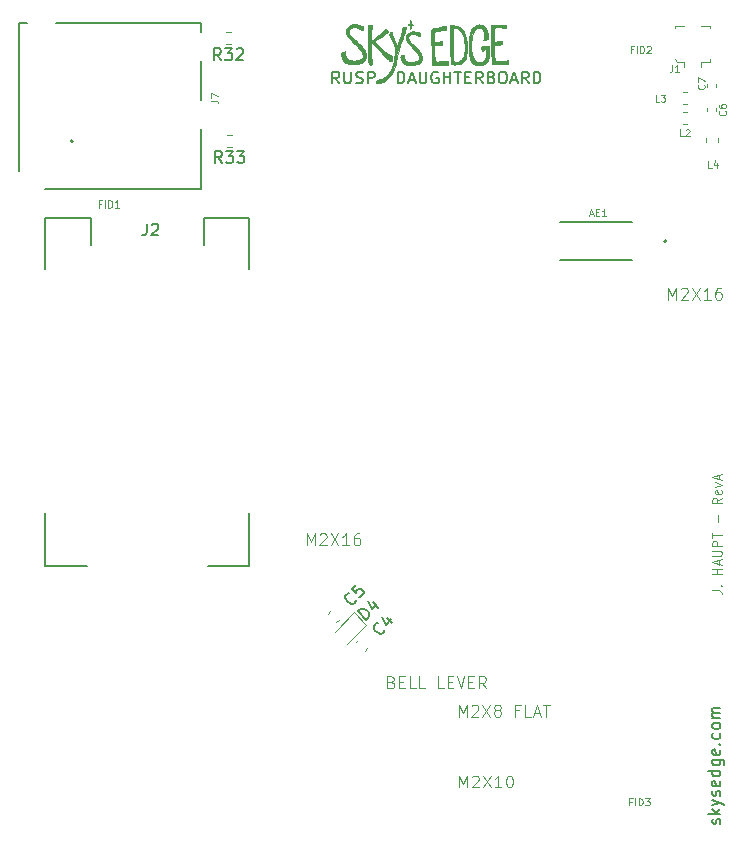
<source format=gbr>
G04 #@! TF.GenerationSoftware,KiCad,Pcbnew,6.0.0+dfsg1-2*
G04 #@! TF.CreationDate,2022-02-08T13:12:28-05:00*
G04 #@! TF.ProjectId,RUSP_Daughterboard,52555350-5f44-4617-9567-68746572626f,rev?*
G04 #@! TF.SameCoordinates,Original*
G04 #@! TF.FileFunction,Legend,Top*
G04 #@! TF.FilePolarity,Positive*
%FSLAX46Y46*%
G04 Gerber Fmt 4.6, Leading zero omitted, Abs format (unit mm)*
G04 Created by KiCad (PCBNEW 6.0.0+dfsg1-2) date 2022-02-08 13:12:28*
%MOMM*%
%LPD*%
G01*
G04 APERTURE LIST*
%ADD10C,0.120000*%
%ADD11C,0.150000*%
%ADD12C,0.200000*%
%ADD13C,0.010000*%
%ADD14C,0.127000*%
G04 APERTURE END LIST*
D10*
X156114285Y-128452380D02*
X156114285Y-127452380D01*
X156447619Y-128166666D01*
X156780952Y-127452380D01*
X156780952Y-128452380D01*
X157209523Y-127547619D02*
X157257142Y-127500000D01*
X157352380Y-127452380D01*
X157590476Y-127452380D01*
X157685714Y-127500000D01*
X157733333Y-127547619D01*
X157780952Y-127642857D01*
X157780952Y-127738095D01*
X157733333Y-127880952D01*
X157161904Y-128452380D01*
X157780952Y-128452380D01*
X158114285Y-127452380D02*
X158780952Y-128452380D01*
X158780952Y-127452380D02*
X158114285Y-128452380D01*
X159304761Y-127880952D02*
X159209523Y-127833333D01*
X159161904Y-127785714D01*
X159114285Y-127690476D01*
X159114285Y-127642857D01*
X159161904Y-127547619D01*
X159209523Y-127500000D01*
X159304761Y-127452380D01*
X159495238Y-127452380D01*
X159590476Y-127500000D01*
X159638095Y-127547619D01*
X159685714Y-127642857D01*
X159685714Y-127690476D01*
X159638095Y-127785714D01*
X159590476Y-127833333D01*
X159495238Y-127880952D01*
X159304761Y-127880952D01*
X159209523Y-127928571D01*
X159161904Y-127976190D01*
X159114285Y-128071428D01*
X159114285Y-128261904D01*
X159161904Y-128357142D01*
X159209523Y-128404761D01*
X159304761Y-128452380D01*
X159495238Y-128452380D01*
X159590476Y-128404761D01*
X159638095Y-128357142D01*
X159685714Y-128261904D01*
X159685714Y-128071428D01*
X159638095Y-127976190D01*
X159590476Y-127928571D01*
X159495238Y-127880952D01*
X161209523Y-127928571D02*
X160876190Y-127928571D01*
X160876190Y-128452380D02*
X160876190Y-127452380D01*
X161352380Y-127452380D01*
X162209523Y-128452380D02*
X161733333Y-128452380D01*
X161733333Y-127452380D01*
X162495238Y-128166666D02*
X162971428Y-128166666D01*
X162400000Y-128452380D02*
X162733333Y-127452380D01*
X163066666Y-128452380D01*
X163257142Y-127452380D02*
X163828571Y-127452380D01*
X163542857Y-128452380D02*
X163542857Y-127452380D01*
X150409523Y-125528571D02*
X150552380Y-125576190D01*
X150600000Y-125623809D01*
X150647619Y-125719047D01*
X150647619Y-125861904D01*
X150600000Y-125957142D01*
X150552380Y-126004761D01*
X150457142Y-126052380D01*
X150076190Y-126052380D01*
X150076190Y-125052380D01*
X150409523Y-125052380D01*
X150504761Y-125100000D01*
X150552380Y-125147619D01*
X150600000Y-125242857D01*
X150600000Y-125338095D01*
X150552380Y-125433333D01*
X150504761Y-125480952D01*
X150409523Y-125528571D01*
X150076190Y-125528571D01*
X151076190Y-125528571D02*
X151409523Y-125528571D01*
X151552380Y-126052380D02*
X151076190Y-126052380D01*
X151076190Y-125052380D01*
X151552380Y-125052380D01*
X152457142Y-126052380D02*
X151980952Y-126052380D01*
X151980952Y-125052380D01*
X153266666Y-126052380D02*
X152790476Y-126052380D01*
X152790476Y-125052380D01*
X154838095Y-126052380D02*
X154361904Y-126052380D01*
X154361904Y-125052380D01*
X155171428Y-125528571D02*
X155504761Y-125528571D01*
X155647619Y-126052380D02*
X155171428Y-126052380D01*
X155171428Y-125052380D01*
X155647619Y-125052380D01*
X155933333Y-125052380D02*
X156266666Y-126052380D01*
X156600000Y-125052380D01*
X156933333Y-125528571D02*
X157266666Y-125528571D01*
X157409523Y-126052380D02*
X156933333Y-126052380D01*
X156933333Y-125052380D01*
X157409523Y-125052380D01*
X158409523Y-126052380D02*
X158076190Y-125576190D01*
X157838095Y-126052380D02*
X157838095Y-125052380D01*
X158219047Y-125052380D01*
X158314285Y-125100000D01*
X158361904Y-125147619D01*
X158409523Y-125242857D01*
X158409523Y-125385714D01*
X158361904Y-125480952D01*
X158314285Y-125528571D01*
X158219047Y-125576190D01*
X157838095Y-125576190D01*
D11*
X145985714Y-74852380D02*
X145652380Y-74376190D01*
X145414285Y-74852380D02*
X145414285Y-73852380D01*
X145795238Y-73852380D01*
X145890476Y-73900000D01*
X145938095Y-73947619D01*
X145985714Y-74042857D01*
X145985714Y-74185714D01*
X145938095Y-74280952D01*
X145890476Y-74328571D01*
X145795238Y-74376190D01*
X145414285Y-74376190D01*
X146414285Y-73852380D02*
X146414285Y-74661904D01*
X146461904Y-74757142D01*
X146509523Y-74804761D01*
X146604761Y-74852380D01*
X146795238Y-74852380D01*
X146890476Y-74804761D01*
X146938095Y-74757142D01*
X146985714Y-74661904D01*
X146985714Y-73852380D01*
X147414285Y-74804761D02*
X147557142Y-74852380D01*
X147795238Y-74852380D01*
X147890476Y-74804761D01*
X147938095Y-74757142D01*
X147985714Y-74661904D01*
X147985714Y-74566666D01*
X147938095Y-74471428D01*
X147890476Y-74423809D01*
X147795238Y-74376190D01*
X147604761Y-74328571D01*
X147509523Y-74280952D01*
X147461904Y-74233333D01*
X147414285Y-74138095D01*
X147414285Y-74042857D01*
X147461904Y-73947619D01*
X147509523Y-73900000D01*
X147604761Y-73852380D01*
X147842857Y-73852380D01*
X147985714Y-73900000D01*
X148414285Y-74852380D02*
X148414285Y-73852380D01*
X148795238Y-73852380D01*
X148890476Y-73900000D01*
X148938095Y-73947619D01*
X148985714Y-74042857D01*
X148985714Y-74185714D01*
X148938095Y-74280952D01*
X148890476Y-74328571D01*
X148795238Y-74376190D01*
X148414285Y-74376190D01*
X150938095Y-74852380D02*
X150938095Y-73852380D01*
X151176190Y-73852380D01*
X151319047Y-73900000D01*
X151414285Y-73995238D01*
X151461904Y-74090476D01*
X151509523Y-74280952D01*
X151509523Y-74423809D01*
X151461904Y-74614285D01*
X151414285Y-74709523D01*
X151319047Y-74804761D01*
X151176190Y-74852380D01*
X150938095Y-74852380D01*
X151890476Y-74566666D02*
X152366666Y-74566666D01*
X151795238Y-74852380D02*
X152128571Y-73852380D01*
X152461904Y-74852380D01*
X152795238Y-73852380D02*
X152795238Y-74661904D01*
X152842857Y-74757142D01*
X152890476Y-74804761D01*
X152985714Y-74852380D01*
X153176190Y-74852380D01*
X153271428Y-74804761D01*
X153319047Y-74757142D01*
X153366666Y-74661904D01*
X153366666Y-73852380D01*
X154366666Y-73900000D02*
X154271428Y-73852380D01*
X154128571Y-73852380D01*
X153985714Y-73900000D01*
X153890476Y-73995238D01*
X153842857Y-74090476D01*
X153795238Y-74280952D01*
X153795238Y-74423809D01*
X153842857Y-74614285D01*
X153890476Y-74709523D01*
X153985714Y-74804761D01*
X154128571Y-74852380D01*
X154223809Y-74852380D01*
X154366666Y-74804761D01*
X154414285Y-74757142D01*
X154414285Y-74423809D01*
X154223809Y-74423809D01*
X154842857Y-74852380D02*
X154842857Y-73852380D01*
X154842857Y-74328571D02*
X155414285Y-74328571D01*
X155414285Y-74852380D02*
X155414285Y-73852380D01*
X155747619Y-73852380D02*
X156319047Y-73852380D01*
X156033333Y-74852380D02*
X156033333Y-73852380D01*
X156652380Y-74328571D02*
X156985714Y-74328571D01*
X157128571Y-74852380D02*
X156652380Y-74852380D01*
X156652380Y-73852380D01*
X157128571Y-73852380D01*
X158128571Y-74852380D02*
X157795238Y-74376190D01*
X157557142Y-74852380D02*
X157557142Y-73852380D01*
X157938095Y-73852380D01*
X158033333Y-73900000D01*
X158080952Y-73947619D01*
X158128571Y-74042857D01*
X158128571Y-74185714D01*
X158080952Y-74280952D01*
X158033333Y-74328571D01*
X157938095Y-74376190D01*
X157557142Y-74376190D01*
X158890476Y-74328571D02*
X159033333Y-74376190D01*
X159080952Y-74423809D01*
X159128571Y-74519047D01*
X159128571Y-74661904D01*
X159080952Y-74757142D01*
X159033333Y-74804761D01*
X158938095Y-74852380D01*
X158557142Y-74852380D01*
X158557142Y-73852380D01*
X158890476Y-73852380D01*
X158985714Y-73900000D01*
X159033333Y-73947619D01*
X159080952Y-74042857D01*
X159080952Y-74138095D01*
X159033333Y-74233333D01*
X158985714Y-74280952D01*
X158890476Y-74328571D01*
X158557142Y-74328571D01*
X159747619Y-73852380D02*
X159938095Y-73852380D01*
X160033333Y-73900000D01*
X160128571Y-73995238D01*
X160176190Y-74185714D01*
X160176190Y-74519047D01*
X160128571Y-74709523D01*
X160033333Y-74804761D01*
X159938095Y-74852380D01*
X159747619Y-74852380D01*
X159652380Y-74804761D01*
X159557142Y-74709523D01*
X159509523Y-74519047D01*
X159509523Y-74185714D01*
X159557142Y-73995238D01*
X159652380Y-73900000D01*
X159747619Y-73852380D01*
X160557142Y-74566666D02*
X161033333Y-74566666D01*
X160461904Y-74852380D02*
X160795238Y-73852380D01*
X161128571Y-74852380D01*
X162033333Y-74852380D02*
X161700000Y-74376190D01*
X161461904Y-74852380D02*
X161461904Y-73852380D01*
X161842857Y-73852380D01*
X161938095Y-73900000D01*
X161985714Y-73947619D01*
X162033333Y-74042857D01*
X162033333Y-74185714D01*
X161985714Y-74280952D01*
X161938095Y-74328571D01*
X161842857Y-74376190D01*
X161461904Y-74376190D01*
X162461904Y-74852380D02*
X162461904Y-73852380D01*
X162700000Y-73852380D01*
X162842857Y-73900000D01*
X162938095Y-73995238D01*
X162985714Y-74090476D01*
X163033333Y-74280952D01*
X163033333Y-74423809D01*
X162985714Y-74614285D01*
X162938095Y-74709523D01*
X162842857Y-74804761D01*
X162700000Y-74852380D01*
X162461904Y-74852380D01*
X178204761Y-137552380D02*
X178252380Y-137457142D01*
X178252380Y-137266666D01*
X178204761Y-137171428D01*
X178109523Y-137123809D01*
X178061904Y-137123809D01*
X177966666Y-137171428D01*
X177919047Y-137266666D01*
X177919047Y-137409523D01*
X177871428Y-137504761D01*
X177776190Y-137552380D01*
X177728571Y-137552380D01*
X177633333Y-137504761D01*
X177585714Y-137409523D01*
X177585714Y-137266666D01*
X177633333Y-137171428D01*
X178252380Y-136695238D02*
X177252380Y-136695238D01*
X177871428Y-136600000D02*
X178252380Y-136314285D01*
X177585714Y-136314285D02*
X177966666Y-136695238D01*
X177585714Y-135980952D02*
X178252380Y-135742857D01*
X177585714Y-135504761D02*
X178252380Y-135742857D01*
X178490476Y-135838095D01*
X178538095Y-135885714D01*
X178585714Y-135980952D01*
X178204761Y-135171428D02*
X178252380Y-135076190D01*
X178252380Y-134885714D01*
X178204761Y-134790476D01*
X178109523Y-134742857D01*
X178061904Y-134742857D01*
X177966666Y-134790476D01*
X177919047Y-134885714D01*
X177919047Y-135028571D01*
X177871428Y-135123809D01*
X177776190Y-135171428D01*
X177728571Y-135171428D01*
X177633333Y-135123809D01*
X177585714Y-135028571D01*
X177585714Y-134885714D01*
X177633333Y-134790476D01*
X178204761Y-133933333D02*
X178252380Y-134028571D01*
X178252380Y-134219047D01*
X178204761Y-134314285D01*
X178109523Y-134361904D01*
X177728571Y-134361904D01*
X177633333Y-134314285D01*
X177585714Y-134219047D01*
X177585714Y-134028571D01*
X177633333Y-133933333D01*
X177728571Y-133885714D01*
X177823809Y-133885714D01*
X177919047Y-134361904D01*
X178252380Y-133028571D02*
X177252380Y-133028571D01*
X178204761Y-133028571D02*
X178252380Y-133123809D01*
X178252380Y-133314285D01*
X178204761Y-133409523D01*
X178157142Y-133457142D01*
X178061904Y-133504761D01*
X177776190Y-133504761D01*
X177680952Y-133457142D01*
X177633333Y-133409523D01*
X177585714Y-133314285D01*
X177585714Y-133123809D01*
X177633333Y-133028571D01*
X177585714Y-132123809D02*
X178395238Y-132123809D01*
X178490476Y-132171428D01*
X178538095Y-132219047D01*
X178585714Y-132314285D01*
X178585714Y-132457142D01*
X178538095Y-132552380D01*
X178204761Y-132123809D02*
X178252380Y-132219047D01*
X178252380Y-132409523D01*
X178204761Y-132504761D01*
X178157142Y-132552380D01*
X178061904Y-132600000D01*
X177776190Y-132600000D01*
X177680952Y-132552380D01*
X177633333Y-132504761D01*
X177585714Y-132409523D01*
X177585714Y-132219047D01*
X177633333Y-132123809D01*
X178204761Y-131266666D02*
X178252380Y-131361904D01*
X178252380Y-131552380D01*
X178204761Y-131647619D01*
X178109523Y-131695238D01*
X177728571Y-131695238D01*
X177633333Y-131647619D01*
X177585714Y-131552380D01*
X177585714Y-131361904D01*
X177633333Y-131266666D01*
X177728571Y-131219047D01*
X177823809Y-131219047D01*
X177919047Y-131695238D01*
X178157142Y-130790476D02*
X178204761Y-130742857D01*
X178252380Y-130790476D01*
X178204761Y-130838095D01*
X178157142Y-130790476D01*
X178252380Y-130790476D01*
X178204761Y-129885714D02*
X178252380Y-129980952D01*
X178252380Y-130171428D01*
X178204761Y-130266666D01*
X178157142Y-130314285D01*
X178061904Y-130361904D01*
X177776190Y-130361904D01*
X177680952Y-130314285D01*
X177633333Y-130266666D01*
X177585714Y-130171428D01*
X177585714Y-129980952D01*
X177633333Y-129885714D01*
X178252380Y-129314285D02*
X178204761Y-129409523D01*
X178157142Y-129457142D01*
X178061904Y-129504761D01*
X177776190Y-129504761D01*
X177680952Y-129457142D01*
X177633333Y-129409523D01*
X177585714Y-129314285D01*
X177585714Y-129171428D01*
X177633333Y-129076190D01*
X177680952Y-129028571D01*
X177776190Y-128980952D01*
X178061904Y-128980952D01*
X178157142Y-129028571D01*
X178204761Y-129076190D01*
X178252380Y-129171428D01*
X178252380Y-129314285D01*
X178252380Y-128552380D02*
X177585714Y-128552380D01*
X177680952Y-128552380D02*
X177633333Y-128504761D01*
X177585714Y-128409523D01*
X177585714Y-128266666D01*
X177633333Y-128171428D01*
X177728571Y-128123809D01*
X178252380Y-128123809D01*
X177728571Y-128123809D02*
X177633333Y-128076190D01*
X177585714Y-127980952D01*
X177585714Y-127838095D01*
X177633333Y-127742857D01*
X177728571Y-127695238D01*
X178252380Y-127695238D01*
D10*
X143261904Y-113952380D02*
X143261904Y-112952380D01*
X143595238Y-113666666D01*
X143928571Y-112952380D01*
X143928571Y-113952380D01*
X144357142Y-113047619D02*
X144404761Y-113000000D01*
X144500000Y-112952380D01*
X144738095Y-112952380D01*
X144833333Y-113000000D01*
X144880952Y-113047619D01*
X144928571Y-113142857D01*
X144928571Y-113238095D01*
X144880952Y-113380952D01*
X144309523Y-113952380D01*
X144928571Y-113952380D01*
X145261904Y-112952380D02*
X145928571Y-113952380D01*
X145928571Y-112952380D02*
X145261904Y-113952380D01*
X146833333Y-113952380D02*
X146261904Y-113952380D01*
X146547619Y-113952380D02*
X146547619Y-112952380D01*
X146452380Y-113095238D01*
X146357142Y-113190476D01*
X146261904Y-113238095D01*
X147690476Y-112952380D02*
X147500000Y-112952380D01*
X147404761Y-113000000D01*
X147357142Y-113047619D01*
X147261904Y-113190476D01*
X147214285Y-113380952D01*
X147214285Y-113761904D01*
X147261904Y-113857142D01*
X147309523Y-113904761D01*
X147404761Y-113952380D01*
X147595238Y-113952380D01*
X147690476Y-113904761D01*
X147738095Y-113857142D01*
X147785714Y-113761904D01*
X147785714Y-113523809D01*
X147738095Y-113428571D01*
X147690476Y-113380952D01*
X147595238Y-113333333D01*
X147404761Y-113333333D01*
X147309523Y-113380952D01*
X147261904Y-113428571D01*
X147214285Y-113523809D01*
X156161904Y-134452380D02*
X156161904Y-133452380D01*
X156495238Y-134166666D01*
X156828571Y-133452380D01*
X156828571Y-134452380D01*
X157257142Y-133547619D02*
X157304761Y-133500000D01*
X157400000Y-133452380D01*
X157638095Y-133452380D01*
X157733333Y-133500000D01*
X157780952Y-133547619D01*
X157828571Y-133642857D01*
X157828571Y-133738095D01*
X157780952Y-133880952D01*
X157209523Y-134452380D01*
X157828571Y-134452380D01*
X158161904Y-133452380D02*
X158828571Y-134452380D01*
X158828571Y-133452380D02*
X158161904Y-134452380D01*
X159733333Y-134452380D02*
X159161904Y-134452380D01*
X159447619Y-134452380D02*
X159447619Y-133452380D01*
X159352380Y-133595238D01*
X159257142Y-133690476D01*
X159161904Y-133738095D01*
X160352380Y-133452380D02*
X160447619Y-133452380D01*
X160542857Y-133500000D01*
X160590476Y-133547619D01*
X160638095Y-133642857D01*
X160685714Y-133833333D01*
X160685714Y-134071428D01*
X160638095Y-134261904D01*
X160590476Y-134357142D01*
X160542857Y-134404761D01*
X160447619Y-134452380D01*
X160352380Y-134452380D01*
X160257142Y-134404761D01*
X160209523Y-134357142D01*
X160161904Y-134261904D01*
X160114285Y-134071428D01*
X160114285Y-133833333D01*
X160161904Y-133642857D01*
X160209523Y-133547619D01*
X160257142Y-133500000D01*
X160352380Y-133452380D01*
X177561904Y-117761904D02*
X178133333Y-117761904D01*
X178247619Y-117800000D01*
X178323809Y-117876190D01*
X178361904Y-117990476D01*
X178361904Y-118066666D01*
X178285714Y-117380952D02*
X178323809Y-117342857D01*
X178361904Y-117380952D01*
X178323809Y-117419047D01*
X178285714Y-117380952D01*
X178361904Y-117380952D01*
X178361904Y-116390476D02*
X177561904Y-116390476D01*
X177942857Y-116390476D02*
X177942857Y-115933333D01*
X178361904Y-115933333D02*
X177561904Y-115933333D01*
X178133333Y-115590476D02*
X178133333Y-115209523D01*
X178361904Y-115666666D02*
X177561904Y-115400000D01*
X178361904Y-115133333D01*
X177561904Y-114866666D02*
X178209523Y-114866666D01*
X178285714Y-114828571D01*
X178323809Y-114790476D01*
X178361904Y-114714285D01*
X178361904Y-114561904D01*
X178323809Y-114485714D01*
X178285714Y-114447619D01*
X178209523Y-114409523D01*
X177561904Y-114409523D01*
X178361904Y-114028571D02*
X177561904Y-114028571D01*
X177561904Y-113723809D01*
X177600000Y-113647619D01*
X177638095Y-113609523D01*
X177714285Y-113571428D01*
X177828571Y-113571428D01*
X177904761Y-113609523D01*
X177942857Y-113647619D01*
X177980952Y-113723809D01*
X177980952Y-114028571D01*
X177561904Y-113342857D02*
X177561904Y-112885714D01*
X178361904Y-113114285D02*
X177561904Y-113114285D01*
X178057142Y-112009523D02*
X178057142Y-111400000D01*
X178361904Y-109952380D02*
X177980952Y-110219047D01*
X178361904Y-110409523D02*
X177561904Y-110409523D01*
X177561904Y-110104761D01*
X177600000Y-110028571D01*
X177638095Y-109990476D01*
X177714285Y-109952380D01*
X177828571Y-109952380D01*
X177904761Y-109990476D01*
X177942857Y-110028571D01*
X177980952Y-110104761D01*
X177980952Y-110409523D01*
X178323809Y-109304761D02*
X178361904Y-109380952D01*
X178361904Y-109533333D01*
X178323809Y-109609523D01*
X178247619Y-109647619D01*
X177942857Y-109647619D01*
X177866666Y-109609523D01*
X177828571Y-109533333D01*
X177828571Y-109380952D01*
X177866666Y-109304761D01*
X177942857Y-109266666D01*
X178019047Y-109266666D01*
X178095238Y-109647619D01*
X177828571Y-109000000D02*
X178361904Y-108809523D01*
X177828571Y-108619047D01*
X178133333Y-108352380D02*
X178133333Y-107971428D01*
X178361904Y-108428571D02*
X177561904Y-108161904D01*
X178361904Y-107895238D01*
X173861904Y-93152380D02*
X173861904Y-92152380D01*
X174195238Y-92866666D01*
X174528571Y-92152380D01*
X174528571Y-93152380D01*
X174957142Y-92247619D02*
X175004761Y-92200000D01*
X175100000Y-92152380D01*
X175338095Y-92152380D01*
X175433333Y-92200000D01*
X175480952Y-92247619D01*
X175528571Y-92342857D01*
X175528571Y-92438095D01*
X175480952Y-92580952D01*
X174909523Y-93152380D01*
X175528571Y-93152380D01*
X175861904Y-92152380D02*
X176528571Y-93152380D01*
X176528571Y-92152380D02*
X175861904Y-93152380D01*
X177433333Y-93152380D02*
X176861904Y-93152380D01*
X177147619Y-93152380D02*
X177147619Y-92152380D01*
X177052380Y-92295238D01*
X176957142Y-92390476D01*
X176861904Y-92438095D01*
X178290476Y-92152380D02*
X178100000Y-92152380D01*
X178004761Y-92200000D01*
X177957142Y-92247619D01*
X177861904Y-92390476D01*
X177814285Y-92580952D01*
X177814285Y-92961904D01*
X177861904Y-93057142D01*
X177909523Y-93104761D01*
X178004761Y-93152380D01*
X178195238Y-93152380D01*
X178290476Y-93104761D01*
X178338095Y-93057142D01*
X178385714Y-92961904D01*
X178385714Y-92723809D01*
X178338095Y-92628571D01*
X178290476Y-92580952D01*
X178195238Y-92533333D01*
X178004761Y-92533333D01*
X177909523Y-92580952D01*
X177861904Y-92628571D01*
X177814285Y-92723809D01*
D11*
X136057142Y-81582380D02*
X135723809Y-81106190D01*
X135485714Y-81582380D02*
X135485714Y-80582380D01*
X135866666Y-80582380D01*
X135961904Y-80630000D01*
X136009523Y-80677619D01*
X136057142Y-80772857D01*
X136057142Y-80915714D01*
X136009523Y-81010952D01*
X135961904Y-81058571D01*
X135866666Y-81106190D01*
X135485714Y-81106190D01*
X136390476Y-80582380D02*
X137009523Y-80582380D01*
X136676190Y-80963333D01*
X136819047Y-80963333D01*
X136914285Y-81010952D01*
X136961904Y-81058571D01*
X137009523Y-81153809D01*
X137009523Y-81391904D01*
X136961904Y-81487142D01*
X136914285Y-81534761D01*
X136819047Y-81582380D01*
X136533333Y-81582380D01*
X136438095Y-81534761D01*
X136390476Y-81487142D01*
X137342857Y-80582380D02*
X137961904Y-80582380D01*
X137628571Y-80963333D01*
X137771428Y-80963333D01*
X137866666Y-81010952D01*
X137914285Y-81058571D01*
X137961904Y-81153809D01*
X137961904Y-81391904D01*
X137914285Y-81487142D01*
X137866666Y-81534761D01*
X137771428Y-81582380D01*
X137485714Y-81582380D01*
X137390476Y-81534761D01*
X137342857Y-81487142D01*
X135972142Y-72882380D02*
X135638809Y-72406190D01*
X135400714Y-72882380D02*
X135400714Y-71882380D01*
X135781666Y-71882380D01*
X135876904Y-71930000D01*
X135924523Y-71977619D01*
X135972142Y-72072857D01*
X135972142Y-72215714D01*
X135924523Y-72310952D01*
X135876904Y-72358571D01*
X135781666Y-72406190D01*
X135400714Y-72406190D01*
X136305476Y-71882380D02*
X136924523Y-71882380D01*
X136591190Y-72263333D01*
X136734047Y-72263333D01*
X136829285Y-72310952D01*
X136876904Y-72358571D01*
X136924523Y-72453809D01*
X136924523Y-72691904D01*
X136876904Y-72787142D01*
X136829285Y-72834761D01*
X136734047Y-72882380D01*
X136448333Y-72882380D01*
X136353095Y-72834761D01*
X136305476Y-72787142D01*
X137305476Y-71977619D02*
X137353095Y-71930000D01*
X137448333Y-71882380D01*
X137686428Y-71882380D01*
X137781666Y-71930000D01*
X137829285Y-71977619D01*
X137876904Y-72072857D01*
X137876904Y-72168095D01*
X137829285Y-72310952D01*
X137257857Y-72882380D01*
X137876904Y-72882380D01*
X148299132Y-120262956D02*
X147592025Y-119555850D01*
X147760384Y-119387491D01*
X147895071Y-119320147D01*
X148029758Y-119320147D01*
X148130773Y-119353819D01*
X148299132Y-119454834D01*
X148400147Y-119555850D01*
X148501163Y-119724208D01*
X148534834Y-119825224D01*
X148534834Y-119959911D01*
X148467491Y-120094598D01*
X148299132Y-120262956D01*
X148837880Y-118781399D02*
X149309285Y-119252804D01*
X148400147Y-118680384D02*
X148736865Y-119353819D01*
X149174598Y-118916086D01*
X147425850Y-118581552D02*
X147425850Y-118648895D01*
X147358506Y-118783582D01*
X147291163Y-118850926D01*
X147156475Y-118918269D01*
X147021788Y-118918269D01*
X146920773Y-118884598D01*
X146752414Y-118783582D01*
X146651399Y-118682567D01*
X146550384Y-118514208D01*
X146516712Y-118413193D01*
X146516712Y-118278506D01*
X146584056Y-118143819D01*
X146651399Y-118076475D01*
X146786086Y-118009132D01*
X146853430Y-118009132D01*
X147425850Y-117302025D02*
X147089132Y-117638743D01*
X147392178Y-118009132D01*
X147392178Y-117941788D01*
X147425850Y-117840773D01*
X147594208Y-117672414D01*
X147695224Y-117638743D01*
X147762567Y-117638743D01*
X147863582Y-117672414D01*
X148031941Y-117840773D01*
X148065613Y-117941788D01*
X148065613Y-118009132D01*
X148031941Y-118110147D01*
X147863582Y-118278506D01*
X147762567Y-118312178D01*
X147695224Y-118312178D01*
X149825850Y-121111552D02*
X149825850Y-121178895D01*
X149758506Y-121313582D01*
X149691163Y-121380926D01*
X149556475Y-121448269D01*
X149421788Y-121448269D01*
X149320773Y-121414598D01*
X149152414Y-121313582D01*
X149051399Y-121212567D01*
X148950384Y-121044208D01*
X148916712Y-120943193D01*
X148916712Y-120808506D01*
X148984056Y-120673819D01*
X149051399Y-120606475D01*
X149186086Y-120539132D01*
X149253430Y-120539132D01*
X150027880Y-120101399D02*
X150499285Y-120572804D01*
X149590147Y-120000384D02*
X149926865Y-120673819D01*
X150364598Y-120236086D01*
D10*
X170867142Y-71977142D02*
X170667142Y-71977142D01*
X170667142Y-72291428D02*
X170667142Y-71691428D01*
X170952857Y-71691428D01*
X171181428Y-72291428D02*
X171181428Y-71691428D01*
X171467142Y-72291428D02*
X171467142Y-71691428D01*
X171610000Y-71691428D01*
X171695714Y-71720000D01*
X171752857Y-71777142D01*
X171781428Y-71834285D01*
X171810000Y-71948571D01*
X171810000Y-72034285D01*
X171781428Y-72148571D01*
X171752857Y-72205714D01*
X171695714Y-72262857D01*
X171610000Y-72291428D01*
X171467142Y-72291428D01*
X172038571Y-71748571D02*
X172067142Y-71720000D01*
X172124285Y-71691428D01*
X172267142Y-71691428D01*
X172324285Y-71720000D01*
X172352857Y-71748571D01*
X172381428Y-71805714D01*
X172381428Y-71862857D01*
X172352857Y-71948571D01*
X172010000Y-72291428D01*
X172381428Y-72291428D01*
X125849142Y-85047142D02*
X125649142Y-85047142D01*
X125649142Y-85361428D02*
X125649142Y-84761428D01*
X125934857Y-84761428D01*
X126163428Y-85361428D02*
X126163428Y-84761428D01*
X126449142Y-85361428D02*
X126449142Y-84761428D01*
X126592000Y-84761428D01*
X126677714Y-84790000D01*
X126734857Y-84847142D01*
X126763428Y-84904285D01*
X126792000Y-85018571D01*
X126792000Y-85104285D01*
X126763428Y-85218571D01*
X126734857Y-85275714D01*
X126677714Y-85332857D01*
X126592000Y-85361428D01*
X126449142Y-85361428D01*
X127363428Y-85361428D02*
X127020571Y-85361428D01*
X127192000Y-85361428D02*
X127192000Y-84761428D01*
X127134857Y-84847142D01*
X127077714Y-84904285D01*
X127020571Y-84932857D01*
X135171428Y-76300000D02*
X135600000Y-76300000D01*
X135685714Y-76328571D01*
X135742857Y-76385714D01*
X135771428Y-76471428D01*
X135771428Y-76528571D01*
X135171428Y-76071428D02*
X135171428Y-75671428D01*
X135771428Y-75928571D01*
X170757142Y-135657142D02*
X170557142Y-135657142D01*
X170557142Y-135971428D02*
X170557142Y-135371428D01*
X170842857Y-135371428D01*
X171071428Y-135971428D02*
X171071428Y-135371428D01*
X171357142Y-135971428D02*
X171357142Y-135371428D01*
X171500000Y-135371428D01*
X171585714Y-135400000D01*
X171642857Y-135457142D01*
X171671428Y-135514285D01*
X171700000Y-135628571D01*
X171700000Y-135714285D01*
X171671428Y-135828571D01*
X171642857Y-135885714D01*
X171585714Y-135942857D01*
X171500000Y-135971428D01*
X171357142Y-135971428D01*
X171900000Y-135371428D02*
X172271428Y-135371428D01*
X172071428Y-135600000D01*
X172157142Y-135600000D01*
X172214285Y-135628571D01*
X172242857Y-135657142D01*
X172271428Y-135714285D01*
X172271428Y-135857142D01*
X172242857Y-135914285D01*
X172214285Y-135942857D01*
X172157142Y-135971428D01*
X171985714Y-135971428D01*
X171928571Y-135942857D01*
X171900000Y-135914285D01*
D11*
X129691666Y-86727380D02*
X129691666Y-87441666D01*
X129644047Y-87584523D01*
X129548809Y-87679761D01*
X129405952Y-87727380D01*
X129310714Y-87727380D01*
X130120238Y-86822619D02*
X130167857Y-86775000D01*
X130263095Y-86727380D01*
X130501190Y-86727380D01*
X130596428Y-86775000D01*
X130644047Y-86822619D01*
X130691666Y-86917857D01*
X130691666Y-87013095D01*
X130644047Y-87155952D01*
X130072619Y-87727380D01*
X130691666Y-87727380D01*
D10*
X176884285Y-74950000D02*
X176912857Y-74978571D01*
X176941428Y-75064285D01*
X176941428Y-75121428D01*
X176912857Y-75207142D01*
X176855714Y-75264285D01*
X176798571Y-75292857D01*
X176684285Y-75321428D01*
X176598571Y-75321428D01*
X176484285Y-75292857D01*
X176427142Y-75264285D01*
X176370000Y-75207142D01*
X176341428Y-75121428D01*
X176341428Y-75064285D01*
X176370000Y-74978571D01*
X176398571Y-74950000D01*
X176341428Y-74750000D02*
X176341428Y-74350000D01*
X176941428Y-74607142D01*
X173060000Y-76391428D02*
X172774285Y-76391428D01*
X172774285Y-75791428D01*
X173202857Y-75791428D02*
X173574285Y-75791428D01*
X173374285Y-76020000D01*
X173460000Y-76020000D01*
X173517142Y-76048571D01*
X173545714Y-76077142D01*
X173574285Y-76134285D01*
X173574285Y-76277142D01*
X173545714Y-76334285D01*
X173517142Y-76362857D01*
X173460000Y-76391428D01*
X173288571Y-76391428D01*
X173231428Y-76362857D01*
X173202857Y-76334285D01*
X178674285Y-77175000D02*
X178702857Y-77203571D01*
X178731428Y-77289285D01*
X178731428Y-77346428D01*
X178702857Y-77432142D01*
X178645714Y-77489285D01*
X178588571Y-77517857D01*
X178474285Y-77546428D01*
X178388571Y-77546428D01*
X178274285Y-77517857D01*
X178217142Y-77489285D01*
X178160000Y-77432142D01*
X178131428Y-77346428D01*
X178131428Y-77289285D01*
X178160000Y-77203571D01*
X178188571Y-77175000D01*
X178131428Y-76660714D02*
X178131428Y-76775000D01*
X178160000Y-76832142D01*
X178188571Y-76860714D01*
X178274285Y-76917857D01*
X178388571Y-76946428D01*
X178617142Y-76946428D01*
X178674285Y-76917857D01*
X178702857Y-76889285D01*
X178731428Y-76832142D01*
X178731428Y-76717857D01*
X178702857Y-76660714D01*
X178674285Y-76632142D01*
X178617142Y-76603571D01*
X178474285Y-76603571D01*
X178417142Y-76632142D01*
X178388571Y-76660714D01*
X178360000Y-76717857D01*
X178360000Y-76832142D01*
X178388571Y-76889285D01*
X178417142Y-76917857D01*
X178474285Y-76946428D01*
X177530000Y-81981428D02*
X177244285Y-81981428D01*
X177244285Y-81381428D01*
X177987142Y-81581428D02*
X177987142Y-81981428D01*
X177844285Y-81352857D02*
X177701428Y-81781428D01*
X178072857Y-81781428D01*
X175160000Y-79341428D02*
X174874285Y-79341428D01*
X174874285Y-78741428D01*
X175331428Y-78798571D02*
X175360000Y-78770000D01*
X175417142Y-78741428D01*
X175560000Y-78741428D01*
X175617142Y-78770000D01*
X175645714Y-78798571D01*
X175674285Y-78855714D01*
X175674285Y-78912857D01*
X175645714Y-78998571D01*
X175302857Y-79341428D01*
X175674285Y-79341428D01*
X174200000Y-73271428D02*
X174200000Y-73700000D01*
X174171428Y-73785714D01*
X174114285Y-73842857D01*
X174028571Y-73871428D01*
X173971428Y-73871428D01*
X174800000Y-73871428D02*
X174457142Y-73871428D01*
X174628571Y-73871428D02*
X174628571Y-73271428D01*
X174571428Y-73357142D01*
X174514285Y-73414285D01*
X174457142Y-73442857D01*
X167200000Y-85900000D02*
X167485714Y-85900000D01*
X167142857Y-86071428D02*
X167342857Y-85471428D01*
X167542857Y-86071428D01*
X167742857Y-85757142D02*
X167942857Y-85757142D01*
X168028571Y-86071428D02*
X167742857Y-86071428D01*
X167742857Y-85471428D01*
X168028571Y-85471428D01*
X168600000Y-86071428D02*
X168257142Y-86071428D01*
X168428571Y-86071428D02*
X168428571Y-85471428D01*
X168371428Y-85557142D01*
X168314285Y-85614285D01*
X168257142Y-85642857D01*
X136937258Y-80222500D02*
X136462742Y-80222500D01*
X136937258Y-79177500D02*
X136462742Y-79177500D01*
X136852258Y-71522500D02*
X136377742Y-71522500D01*
X136852258Y-70477500D02*
X136377742Y-70477500D01*
X146644038Y-122295409D02*
X148259777Y-120679670D01*
X148259777Y-120679670D02*
X147220330Y-119640223D01*
X147220330Y-119640223D02*
X145604591Y-121255962D01*
X145940030Y-120261219D02*
X145741219Y-120460030D01*
X145218781Y-119539970D02*
X145019970Y-119738781D01*
X148340030Y-122691219D02*
X148141219Y-122890030D01*
X147618781Y-121969970D02*
X147419970Y-122168781D01*
D12*
X121050000Y-83750000D02*
X134325000Y-83750000D01*
X118875000Y-69750000D02*
X118875000Y-82300000D01*
X122050000Y-69750000D02*
X134325000Y-69750000D01*
X134325000Y-78731200D02*
X134325000Y-83750000D01*
X118875000Y-69750000D02*
X119550000Y-69750000D01*
X134325000Y-69750000D02*
X134325000Y-70476200D01*
X134325000Y-72940000D02*
X134325000Y-76292800D01*
X123450000Y-79750000D02*
G75*
G03*
X123450000Y-79750000I-100000J0D01*
G01*
D13*
X151582027Y-70082881D02*
X151627971Y-70104879D01*
X151627971Y-70104879D02*
X151631396Y-70110729D01*
X151631396Y-70110729D02*
X151629853Y-70154681D01*
X151629853Y-70154681D02*
X151612009Y-70242061D01*
X151612009Y-70242061D02*
X151580389Y-70364388D01*
X151580389Y-70364388D02*
X151537516Y-70513181D01*
X151537516Y-70513181D02*
X151485915Y-70679958D01*
X151485915Y-70679958D02*
X151428111Y-70856239D01*
X151428111Y-70856239D02*
X151366626Y-71033542D01*
X151366626Y-71033542D02*
X151314220Y-71176431D01*
X151314220Y-71176431D02*
X151241465Y-71372567D01*
X151241465Y-71372567D02*
X151180168Y-71547001D01*
X151180168Y-71547001D02*
X151126994Y-71711495D01*
X151126994Y-71711495D02*
X151078607Y-71877813D01*
X151078607Y-71877813D02*
X151031670Y-72057717D01*
X151031670Y-72057717D02*
X150982847Y-72262969D01*
X150982847Y-72262969D02*
X150928804Y-72505334D01*
X150928804Y-72505334D02*
X150901262Y-72632568D01*
X150901262Y-72632568D02*
X150832751Y-72940254D01*
X150832751Y-72940254D02*
X150769406Y-73200019D01*
X150769406Y-73200019D02*
X150709087Y-73418674D01*
X150709087Y-73418674D02*
X150649657Y-73603029D01*
X150649657Y-73603029D02*
X150588976Y-73759895D01*
X150588976Y-73759895D02*
X150524905Y-73896084D01*
X150524905Y-73896084D02*
X150477688Y-73981413D01*
X150477688Y-73981413D02*
X150362788Y-74147587D01*
X150362788Y-74147587D02*
X150214019Y-74320456D01*
X150214019Y-74320456D02*
X150047462Y-74483178D01*
X150047462Y-74483178D02*
X149879196Y-74618914D01*
X149879196Y-74618914D02*
X149848913Y-74639892D01*
X149848913Y-74639892D02*
X149732472Y-74707685D01*
X149732472Y-74707685D02*
X149604642Y-74764947D01*
X149604642Y-74764947D02*
X149475054Y-74809501D01*
X149475054Y-74809501D02*
X149353340Y-74839169D01*
X149353340Y-74839169D02*
X149249131Y-74851777D01*
X149249131Y-74851777D02*
X149172058Y-74845147D01*
X149172058Y-74845147D02*
X149131752Y-74817103D01*
X149131752Y-74817103D02*
X149128161Y-74802772D01*
X149128161Y-74802772D02*
X149128130Y-74706794D01*
X149128130Y-74706794D02*
X149137863Y-74622422D01*
X149137863Y-74622422D02*
X149154825Y-74569717D01*
X149154825Y-74569717D02*
X149158157Y-74565442D01*
X149158157Y-74565442D02*
X149194580Y-74549782D01*
X149194580Y-74549782D02*
X149270402Y-74529723D01*
X149270402Y-74529723D02*
X149370433Y-74509185D01*
X149370433Y-74509185D02*
X149388944Y-74505894D01*
X149388944Y-74505894D02*
X149577709Y-74459372D01*
X149577709Y-74459372D02*
X149743141Y-74385694D01*
X149743141Y-74385694D02*
X149899047Y-74276875D01*
X149899047Y-74276875D02*
X150059234Y-74124929D01*
X150059234Y-74124929D02*
X150072968Y-74110328D01*
X150072968Y-74110328D02*
X150219920Y-73933535D01*
X150219920Y-73933535D02*
X150344922Y-73738776D01*
X150344922Y-73738776D02*
X150450393Y-73519571D01*
X150450393Y-73519571D02*
X150538750Y-73269438D01*
X150538750Y-73269438D02*
X150612413Y-72981898D01*
X150612413Y-72981898D02*
X150673799Y-72650470D01*
X150673799Y-72650470D02*
X150708356Y-72407718D01*
X150708356Y-72407718D02*
X150729592Y-72235882D01*
X150729592Y-72235882D02*
X150742713Y-72095527D01*
X150742713Y-72095527D02*
X150745569Y-71976233D01*
X150745569Y-71976233D02*
X150736013Y-71867583D01*
X150736013Y-71867583D02*
X150711898Y-71759160D01*
X150711898Y-71759160D02*
X150671075Y-71640545D01*
X150671075Y-71640545D02*
X150611399Y-71501322D01*
X150611399Y-71501322D02*
X150530720Y-71331073D01*
X150530720Y-71331073D02*
X150454204Y-71174863D01*
X150454204Y-71174863D02*
X150207625Y-70673815D01*
X150207625Y-70673815D02*
X150256040Y-70591181D01*
X150256040Y-70591181D02*
X150308756Y-70519175D01*
X150308756Y-70519175D02*
X150362991Y-70472798D01*
X150362991Y-70472798D02*
X150406381Y-70461588D01*
X150406381Y-70461588D02*
X150416446Y-70467461D01*
X150416446Y-70467461D02*
X150430254Y-70501844D01*
X150430254Y-70501844D02*
X150449427Y-70575071D01*
X150449427Y-70575071D02*
X150469912Y-70671578D01*
X150469912Y-70671578D02*
X150470706Y-70675725D01*
X150470706Y-70675725D02*
X150497308Y-70779241D01*
X150497308Y-70779241D02*
X150541566Y-70913678D01*
X150541566Y-70913678D02*
X150596923Y-71060328D01*
X150596923Y-71060328D02*
X150647009Y-71178832D01*
X150647009Y-71178832D02*
X150725930Y-71352023D01*
X150725930Y-71352023D02*
X150787629Y-71478316D01*
X150787629Y-71478316D02*
X150835529Y-71562029D01*
X150835529Y-71562029D02*
X150873052Y-71607478D01*
X150873052Y-71607478D02*
X150903621Y-71618977D01*
X150903621Y-71618977D02*
X150930658Y-71600845D01*
X150930658Y-71600845D02*
X150953446Y-71565306D01*
X150953446Y-71565306D02*
X150973550Y-71515404D01*
X150973550Y-71515404D02*
X151005298Y-71421987D01*
X151005298Y-71421987D02*
X151045806Y-71294814D01*
X151045806Y-71294814D02*
X151092193Y-71143642D01*
X151092193Y-71143642D02*
X151141576Y-70978231D01*
X151141576Y-70978231D02*
X151191074Y-70808338D01*
X151191074Y-70808338D02*
X151237802Y-70643721D01*
X151237802Y-70643721D02*
X151278880Y-70494139D01*
X151278880Y-70494139D02*
X151311425Y-70369349D01*
X151311425Y-70369349D02*
X151330510Y-70288750D01*
X151330510Y-70288750D02*
X151376795Y-70074783D01*
X151376795Y-70074783D02*
X151497198Y-70074783D01*
X151497198Y-70074783D02*
X151582027Y-70082881D01*
X151582027Y-70082881D02*
X151582027Y-70082881D01*
G36*
X151582027Y-70082881D02*
G01*
X151627971Y-70104879D01*
X151631396Y-70110729D01*
X151629853Y-70154681D01*
X151612009Y-70242061D01*
X151580389Y-70364388D01*
X151537516Y-70513181D01*
X151485915Y-70679958D01*
X151428111Y-70856239D01*
X151366626Y-71033542D01*
X151314220Y-71176431D01*
X151241465Y-71372567D01*
X151180168Y-71547001D01*
X151126994Y-71711495D01*
X151078607Y-71877813D01*
X151031670Y-72057717D01*
X150982847Y-72262969D01*
X150928804Y-72505334D01*
X150901262Y-72632568D01*
X150832751Y-72940254D01*
X150769406Y-73200019D01*
X150709087Y-73418674D01*
X150649657Y-73603029D01*
X150588976Y-73759895D01*
X150524905Y-73896084D01*
X150477688Y-73981413D01*
X150362788Y-74147587D01*
X150214019Y-74320456D01*
X150047462Y-74483178D01*
X149879196Y-74618914D01*
X149848913Y-74639892D01*
X149732472Y-74707685D01*
X149604642Y-74764947D01*
X149475054Y-74809501D01*
X149353340Y-74839169D01*
X149249131Y-74851777D01*
X149172058Y-74845147D01*
X149131752Y-74817103D01*
X149128161Y-74802772D01*
X149128130Y-74706794D01*
X149137863Y-74622422D01*
X149154825Y-74569717D01*
X149158157Y-74565442D01*
X149194580Y-74549782D01*
X149270402Y-74529723D01*
X149370433Y-74509185D01*
X149388944Y-74505894D01*
X149577709Y-74459372D01*
X149743141Y-74385694D01*
X149899047Y-74276875D01*
X150059234Y-74124929D01*
X150072968Y-74110328D01*
X150219920Y-73933535D01*
X150344922Y-73738776D01*
X150450393Y-73519571D01*
X150538750Y-73269438D01*
X150612413Y-72981898D01*
X150673799Y-72650470D01*
X150708356Y-72407718D01*
X150729592Y-72235882D01*
X150742713Y-72095527D01*
X150745569Y-71976233D01*
X150736013Y-71867583D01*
X150711898Y-71759160D01*
X150671075Y-71640545D01*
X150611399Y-71501322D01*
X150530720Y-71331073D01*
X150454204Y-71174863D01*
X150207625Y-70673815D01*
X150256040Y-70591181D01*
X150308756Y-70519175D01*
X150362991Y-70472798D01*
X150406381Y-70461588D01*
X150416446Y-70467461D01*
X150430254Y-70501844D01*
X150449427Y-70575071D01*
X150469912Y-70671578D01*
X150470706Y-70675725D01*
X150497308Y-70779241D01*
X150541566Y-70913678D01*
X150596923Y-71060328D01*
X150647009Y-71178832D01*
X150725930Y-71352023D01*
X150787629Y-71478316D01*
X150835529Y-71562029D01*
X150873052Y-71607478D01*
X150903621Y-71618977D01*
X150930658Y-71600845D01*
X150953446Y-71565306D01*
X150973550Y-71515404D01*
X151005298Y-71421987D01*
X151045806Y-71294814D01*
X151092193Y-71143642D01*
X151141576Y-70978231D01*
X151191074Y-70808338D01*
X151237802Y-70643721D01*
X151278880Y-70494139D01*
X151311425Y-70369349D01*
X151330510Y-70288750D01*
X151376795Y-70074783D01*
X151497198Y-70074783D01*
X151582027Y-70082881D01*
G37*
X151582027Y-70082881D02*
X151627971Y-70104879D01*
X151631396Y-70110729D01*
X151629853Y-70154681D01*
X151612009Y-70242061D01*
X151580389Y-70364388D01*
X151537516Y-70513181D01*
X151485915Y-70679958D01*
X151428111Y-70856239D01*
X151366626Y-71033542D01*
X151314220Y-71176431D01*
X151241465Y-71372567D01*
X151180168Y-71547001D01*
X151126994Y-71711495D01*
X151078607Y-71877813D01*
X151031670Y-72057717D01*
X150982847Y-72262969D01*
X150928804Y-72505334D01*
X150901262Y-72632568D01*
X150832751Y-72940254D01*
X150769406Y-73200019D01*
X150709087Y-73418674D01*
X150649657Y-73603029D01*
X150588976Y-73759895D01*
X150524905Y-73896084D01*
X150477688Y-73981413D01*
X150362788Y-74147587D01*
X150214019Y-74320456D01*
X150047462Y-74483178D01*
X149879196Y-74618914D01*
X149848913Y-74639892D01*
X149732472Y-74707685D01*
X149604642Y-74764947D01*
X149475054Y-74809501D01*
X149353340Y-74839169D01*
X149249131Y-74851777D01*
X149172058Y-74845147D01*
X149131752Y-74817103D01*
X149128161Y-74802772D01*
X149128130Y-74706794D01*
X149137863Y-74622422D01*
X149154825Y-74569717D01*
X149158157Y-74565442D01*
X149194580Y-74549782D01*
X149270402Y-74529723D01*
X149370433Y-74509185D01*
X149388944Y-74505894D01*
X149577709Y-74459372D01*
X149743141Y-74385694D01*
X149899047Y-74276875D01*
X150059234Y-74124929D01*
X150072968Y-74110328D01*
X150219920Y-73933535D01*
X150344922Y-73738776D01*
X150450393Y-73519571D01*
X150538750Y-73269438D01*
X150612413Y-72981898D01*
X150673799Y-72650470D01*
X150708356Y-72407718D01*
X150729592Y-72235882D01*
X150742713Y-72095527D01*
X150745569Y-71976233D01*
X150736013Y-71867583D01*
X150711898Y-71759160D01*
X150671075Y-71640545D01*
X150611399Y-71501322D01*
X150530720Y-71331073D01*
X150454204Y-71174863D01*
X150207625Y-70673815D01*
X150256040Y-70591181D01*
X150308756Y-70519175D01*
X150362991Y-70472798D01*
X150406381Y-70461588D01*
X150416446Y-70467461D01*
X150430254Y-70501844D01*
X150449427Y-70575071D01*
X150469912Y-70671578D01*
X150470706Y-70675725D01*
X150497308Y-70779241D01*
X150541566Y-70913678D01*
X150596923Y-71060328D01*
X150647009Y-71178832D01*
X150725930Y-71352023D01*
X150787629Y-71478316D01*
X150835529Y-71562029D01*
X150873052Y-71607478D01*
X150903621Y-71618977D01*
X150930658Y-71600845D01*
X150953446Y-71565306D01*
X150973550Y-71515404D01*
X151005298Y-71421987D01*
X151045806Y-71294814D01*
X151092193Y-71143642D01*
X151141576Y-70978231D01*
X151191074Y-70808338D01*
X151237802Y-70643721D01*
X151278880Y-70494139D01*
X151311425Y-70369349D01*
X151330510Y-70288750D01*
X151376795Y-70074783D01*
X151497198Y-70074783D01*
X151582027Y-70082881D01*
X152035052Y-69644995D02*
X152055165Y-69753484D01*
X152055165Y-69753484D02*
X152084885Y-69817338D01*
X152084885Y-69817338D02*
X152131990Y-69847110D01*
X152131990Y-69847110D02*
X152188750Y-69853490D01*
X152188750Y-69853490D02*
X152241108Y-69862938D01*
X152241108Y-69862938D02*
X152247211Y-69883341D01*
X152247211Y-69883341D02*
X152211753Y-69904365D01*
X152211753Y-69904365D02*
X152161141Y-69914284D01*
X152161141Y-69914284D02*
X152110534Y-69922018D01*
X152110534Y-69922018D02*
X152081873Y-69942040D01*
X152081873Y-69942040D02*
X152066343Y-69988242D01*
X152066343Y-69988242D02*
X152055128Y-70074516D01*
X152055128Y-70074516D02*
X152054241Y-70082752D01*
X152054241Y-70082752D02*
X152040941Y-70178123D01*
X152040941Y-70178123D02*
X152026475Y-70240236D01*
X152026475Y-70240236D02*
X152013503Y-70263424D01*
X152013503Y-70263424D02*
X152004682Y-70242020D01*
X152004682Y-70242020D02*
X152002391Y-70193270D01*
X152002391Y-70193270D02*
X151994487Y-70061915D01*
X151994487Y-70061915D02*
X151968748Y-69976468D01*
X151968748Y-69976468D02*
X151922138Y-69929641D01*
X151922138Y-69929641D02*
X151887643Y-69917931D01*
X151887643Y-69917931D02*
X151822360Y-69897661D01*
X151822360Y-69897661D02*
X151793404Y-69874888D01*
X151793404Y-69874888D02*
X151806543Y-69857758D01*
X151806543Y-69857758D02*
X151842012Y-69853490D01*
X151842012Y-69853490D02*
X151906350Y-69845245D01*
X151906350Y-69845245D02*
X151947519Y-69814217D01*
X151947519Y-69814217D02*
X151973463Y-69749400D01*
X151973463Y-69749400D02*
X151991199Y-69646848D01*
X151991199Y-69646848D02*
X152013220Y-69481196D01*
X152013220Y-69481196D02*
X152035052Y-69644995D01*
X152035052Y-69644995D02*
X152035052Y-69644995D01*
G36*
X152035052Y-69644995D02*
G01*
X152055165Y-69753484D01*
X152084885Y-69817338D01*
X152131990Y-69847110D01*
X152188750Y-69853490D01*
X152241108Y-69862938D01*
X152247211Y-69883341D01*
X152211753Y-69904365D01*
X152161141Y-69914284D01*
X152110534Y-69922018D01*
X152081873Y-69942040D01*
X152066343Y-69988242D01*
X152055128Y-70074516D01*
X152054241Y-70082752D01*
X152040941Y-70178123D01*
X152026475Y-70240236D01*
X152013503Y-70263424D01*
X152004682Y-70242020D01*
X152002391Y-70193270D01*
X151994487Y-70061915D01*
X151968748Y-69976468D01*
X151922138Y-69929641D01*
X151887643Y-69917931D01*
X151822360Y-69897661D01*
X151793404Y-69874888D01*
X151806543Y-69857758D01*
X151842012Y-69853490D01*
X151906350Y-69845245D01*
X151947519Y-69814217D01*
X151973463Y-69749400D01*
X151991199Y-69646848D01*
X152013220Y-69481196D01*
X152035052Y-69644995D01*
G37*
X152035052Y-69644995D02*
X152055165Y-69753484D01*
X152084885Y-69817338D01*
X152131990Y-69847110D01*
X152188750Y-69853490D01*
X152241108Y-69862938D01*
X152247211Y-69883341D01*
X152211753Y-69904365D01*
X152161141Y-69914284D01*
X152110534Y-69922018D01*
X152081873Y-69942040D01*
X152066343Y-69988242D01*
X152055128Y-70074516D01*
X152054241Y-70082752D01*
X152040941Y-70178123D01*
X152026475Y-70240236D01*
X152013503Y-70263424D01*
X152004682Y-70242020D01*
X152002391Y-70193270D01*
X151994487Y-70061915D01*
X151968748Y-69976468D01*
X151922138Y-69929641D01*
X151887643Y-69917931D01*
X151822360Y-69897661D01*
X151793404Y-69874888D01*
X151806543Y-69857758D01*
X151842012Y-69853490D01*
X151906350Y-69845245D01*
X151947519Y-69814217D01*
X151973463Y-69749400D01*
X151991199Y-69646848D01*
X152013220Y-69481196D01*
X152035052Y-69644995D01*
X159712350Y-69870538D02*
X159795885Y-69873797D01*
X159795885Y-69873797D02*
X160114306Y-69889479D01*
X160114306Y-69889479D02*
X160123902Y-69990098D01*
X160123902Y-69990098D02*
X160128422Y-70097414D01*
X160128422Y-70097414D02*
X160112070Y-70160217D01*
X160112070Y-70160217D02*
X160067516Y-70183353D01*
X160067516Y-70183353D02*
X159987425Y-70171667D01*
X159987425Y-70171667D02*
X159895047Y-70141306D01*
X159895047Y-70141306D02*
X159809263Y-70119880D01*
X159809263Y-70119880D02*
X159694347Y-70104203D01*
X159694347Y-70104203D02*
X159564335Y-70094622D01*
X159564335Y-70094622D02*
X159433263Y-70091485D01*
X159433263Y-70091485D02*
X159315168Y-70095136D01*
X159315168Y-70095136D02*
X159224086Y-70105923D01*
X159224086Y-70105923D02*
X159174830Y-70123526D01*
X159174830Y-70123526D02*
X159148297Y-70172064D01*
X159148297Y-70172064D02*
X159123836Y-70266661D01*
X159123836Y-70266661D02*
X159102624Y-70398165D01*
X159102624Y-70398165D02*
X159085837Y-70557426D01*
X159085837Y-70557426D02*
X159074651Y-70735292D01*
X159074651Y-70735292D02*
X159070242Y-70922612D01*
X159070242Y-70922612D02*
X159070217Y-70937452D01*
X159070217Y-70937452D02*
X159070299Y-71072889D01*
X159070299Y-71072889D02*
X159075227Y-71173305D01*
X159075227Y-71173305D02*
X159092028Y-71242917D01*
X159092028Y-71242917D02*
X159127726Y-71285943D01*
X159127726Y-71285943D02*
X159189346Y-71306599D01*
X159189346Y-71306599D02*
X159283914Y-71309103D01*
X159283914Y-71309103D02*
X159418455Y-71297672D01*
X159418455Y-71297672D02*
X159599994Y-71276523D01*
X159599994Y-71276523D02*
X159629293Y-71273058D01*
X159629293Y-71273058D02*
X159788043Y-71254354D01*
X159788043Y-71254354D02*
X159788043Y-71379014D01*
X159788043Y-71379014D02*
X159780231Y-71463348D01*
X159780231Y-71463348D02*
X159760330Y-71523069D01*
X159760330Y-71523069D02*
X159751336Y-71534138D01*
X159751336Y-71534138D02*
X159706489Y-71548066D01*
X159706489Y-71548066D02*
X159616094Y-71557953D01*
X159616094Y-71557953D02*
X159489728Y-71562961D01*
X159489728Y-71562961D02*
X159417179Y-71563378D01*
X159417179Y-71563378D02*
X159294200Y-71564474D01*
X159294200Y-71564474D02*
X159192472Y-71568391D01*
X159192472Y-71568391D02*
X159124175Y-71574473D01*
X159124175Y-71574473D02*
X159101875Y-71580365D01*
X159101875Y-71580365D02*
X159094065Y-71615916D01*
X159094065Y-71615916D02*
X159089488Y-71696402D01*
X159089488Y-71696402D02*
X159087917Y-71811648D01*
X159087917Y-71811648D02*
X159089124Y-71951481D01*
X159089124Y-71951481D02*
X159092883Y-72105726D01*
X159092883Y-72105726D02*
X159098965Y-72264210D01*
X159098965Y-72264210D02*
X159107144Y-72416757D01*
X159107144Y-72416757D02*
X159117193Y-72553195D01*
X159117193Y-72553195D02*
X159125455Y-72635726D01*
X159125455Y-72635726D02*
X159146324Y-72783480D01*
X159146324Y-72783480D02*
X159169162Y-72880989D01*
X159169162Y-72880989D02*
X159195216Y-72933219D01*
X159195216Y-72933219D02*
X159201579Y-72939185D01*
X159201579Y-72939185D02*
X159256091Y-72957807D01*
X159256091Y-72957807D02*
X159353499Y-72968810D01*
X159353499Y-72968810D02*
X159482004Y-72972151D01*
X159482004Y-72972151D02*
X159629807Y-72967790D01*
X159629807Y-72967790D02*
X159785109Y-72955684D01*
X159785109Y-72955684D02*
X159898478Y-72941635D01*
X159898478Y-72941635D02*
X160012050Y-72926155D01*
X160012050Y-72926155D02*
X160114931Y-72914147D01*
X160114931Y-72914147D02*
X160185789Y-72908089D01*
X160185789Y-72908089D02*
X160188369Y-72907977D01*
X160188369Y-72907977D02*
X160271195Y-72904674D01*
X160271195Y-72904674D02*
X160271195Y-73235978D01*
X160271195Y-73235978D02*
X159603614Y-73243367D01*
X159603614Y-73243367D02*
X159415722Y-73244464D01*
X159415722Y-73244464D02*
X159247414Y-73243563D01*
X159247414Y-73243563D02*
X159106305Y-73240857D01*
X159106305Y-73240857D02*
X159000011Y-73236535D01*
X159000011Y-73236535D02*
X158936146Y-73230791D01*
X158936146Y-73230791D02*
X158920848Y-73226185D01*
X158920848Y-73226185D02*
X158914918Y-73190272D01*
X158914918Y-73190272D02*
X158908794Y-73105544D01*
X158908794Y-73105544D02*
X158902599Y-72978402D01*
X158902599Y-72978402D02*
X158896454Y-72815247D01*
X158896454Y-72815247D02*
X158890484Y-72622480D01*
X158890484Y-72622480D02*
X158884810Y-72406503D01*
X158884810Y-72406503D02*
X158879555Y-72173717D01*
X158879555Y-72173717D02*
X158874843Y-71930523D01*
X158874843Y-71930523D02*
X158870794Y-71683322D01*
X158870794Y-71683322D02*
X158867533Y-71438515D01*
X158867533Y-71438515D02*
X158865182Y-71202504D01*
X158865182Y-71202504D02*
X158863864Y-70981690D01*
X158863864Y-70981690D02*
X158863701Y-70782473D01*
X158863701Y-70782473D02*
X158864815Y-70611256D01*
X158864815Y-70611256D02*
X158867331Y-70474440D01*
X158867331Y-70474440D02*
X158867804Y-70458313D01*
X158867804Y-70458313D02*
X158885493Y-69889344D01*
X158885493Y-69889344D02*
X159181478Y-69873729D01*
X159181478Y-69873729D02*
X159342826Y-69868496D01*
X159342826Y-69868496D02*
X159529645Y-69867433D01*
X159529645Y-69867433D02*
X159712350Y-69870538D01*
X159712350Y-69870538D02*
X159712350Y-69870538D01*
G36*
X159712350Y-69870538D02*
G01*
X159795885Y-69873797D01*
X160114306Y-69889479D01*
X160123902Y-69990098D01*
X160128422Y-70097414D01*
X160112070Y-70160217D01*
X160067516Y-70183353D01*
X159987425Y-70171667D01*
X159895047Y-70141306D01*
X159809263Y-70119880D01*
X159694347Y-70104203D01*
X159564335Y-70094622D01*
X159433263Y-70091485D01*
X159315168Y-70095136D01*
X159224086Y-70105923D01*
X159174830Y-70123526D01*
X159148297Y-70172064D01*
X159123836Y-70266661D01*
X159102624Y-70398165D01*
X159085837Y-70557426D01*
X159074651Y-70735292D01*
X159070242Y-70922612D01*
X159070217Y-70937452D01*
X159070299Y-71072889D01*
X159075227Y-71173305D01*
X159092028Y-71242917D01*
X159127726Y-71285943D01*
X159189346Y-71306599D01*
X159283914Y-71309103D01*
X159418455Y-71297672D01*
X159599994Y-71276523D01*
X159629293Y-71273058D01*
X159788043Y-71254354D01*
X159788043Y-71379014D01*
X159780231Y-71463348D01*
X159760330Y-71523069D01*
X159751336Y-71534138D01*
X159706489Y-71548066D01*
X159616094Y-71557953D01*
X159489728Y-71562961D01*
X159417179Y-71563378D01*
X159294200Y-71564474D01*
X159192472Y-71568391D01*
X159124175Y-71574473D01*
X159101875Y-71580365D01*
X159094065Y-71615916D01*
X159089488Y-71696402D01*
X159087917Y-71811648D01*
X159089124Y-71951481D01*
X159092883Y-72105726D01*
X159098965Y-72264210D01*
X159107144Y-72416757D01*
X159117193Y-72553195D01*
X159125455Y-72635726D01*
X159146324Y-72783480D01*
X159169162Y-72880989D01*
X159195216Y-72933219D01*
X159201579Y-72939185D01*
X159256091Y-72957807D01*
X159353499Y-72968810D01*
X159482004Y-72972151D01*
X159629807Y-72967790D01*
X159785109Y-72955684D01*
X159898478Y-72941635D01*
X160012050Y-72926155D01*
X160114931Y-72914147D01*
X160185789Y-72908089D01*
X160188369Y-72907977D01*
X160271195Y-72904674D01*
X160271195Y-73235978D01*
X159603614Y-73243367D01*
X159415722Y-73244464D01*
X159247414Y-73243563D01*
X159106305Y-73240857D01*
X159000011Y-73236535D01*
X158936146Y-73230791D01*
X158920848Y-73226185D01*
X158914918Y-73190272D01*
X158908794Y-73105544D01*
X158902599Y-72978402D01*
X158896454Y-72815247D01*
X158890484Y-72622480D01*
X158884810Y-72406503D01*
X158879555Y-72173717D01*
X158874843Y-71930523D01*
X158870794Y-71683322D01*
X158867533Y-71438515D01*
X158865182Y-71202504D01*
X158863864Y-70981690D01*
X158863701Y-70782473D01*
X158864815Y-70611256D01*
X158867331Y-70474440D01*
X158867804Y-70458313D01*
X158885493Y-69889344D01*
X159181478Y-69873729D01*
X159342826Y-69868496D01*
X159529645Y-69867433D01*
X159712350Y-69870538D01*
G37*
X159712350Y-69870538D02*
X159795885Y-69873797D01*
X160114306Y-69889479D01*
X160123902Y-69990098D01*
X160128422Y-70097414D01*
X160112070Y-70160217D01*
X160067516Y-70183353D01*
X159987425Y-70171667D01*
X159895047Y-70141306D01*
X159809263Y-70119880D01*
X159694347Y-70104203D01*
X159564335Y-70094622D01*
X159433263Y-70091485D01*
X159315168Y-70095136D01*
X159224086Y-70105923D01*
X159174830Y-70123526D01*
X159148297Y-70172064D01*
X159123836Y-70266661D01*
X159102624Y-70398165D01*
X159085837Y-70557426D01*
X159074651Y-70735292D01*
X159070242Y-70922612D01*
X159070217Y-70937452D01*
X159070299Y-71072889D01*
X159075227Y-71173305D01*
X159092028Y-71242917D01*
X159127726Y-71285943D01*
X159189346Y-71306599D01*
X159283914Y-71309103D01*
X159418455Y-71297672D01*
X159599994Y-71276523D01*
X159629293Y-71273058D01*
X159788043Y-71254354D01*
X159788043Y-71379014D01*
X159780231Y-71463348D01*
X159760330Y-71523069D01*
X159751336Y-71534138D01*
X159706489Y-71548066D01*
X159616094Y-71557953D01*
X159489728Y-71562961D01*
X159417179Y-71563378D01*
X159294200Y-71564474D01*
X159192472Y-71568391D01*
X159124175Y-71574473D01*
X159101875Y-71580365D01*
X159094065Y-71615916D01*
X159089488Y-71696402D01*
X159087917Y-71811648D01*
X159089124Y-71951481D01*
X159092883Y-72105726D01*
X159098965Y-72264210D01*
X159107144Y-72416757D01*
X159117193Y-72553195D01*
X159125455Y-72635726D01*
X159146324Y-72783480D01*
X159169162Y-72880989D01*
X159195216Y-72933219D01*
X159201579Y-72939185D01*
X159256091Y-72957807D01*
X159353499Y-72968810D01*
X159482004Y-72972151D01*
X159629807Y-72967790D01*
X159785109Y-72955684D01*
X159898478Y-72941635D01*
X160012050Y-72926155D01*
X160114931Y-72914147D01*
X160185789Y-72908089D01*
X160188369Y-72907977D01*
X160271195Y-72904674D01*
X160271195Y-73235978D01*
X159603614Y-73243367D01*
X159415722Y-73244464D01*
X159247414Y-73243563D01*
X159106305Y-73240857D01*
X159000011Y-73236535D01*
X158936146Y-73230791D01*
X158920848Y-73226185D01*
X158914918Y-73190272D01*
X158908794Y-73105544D01*
X158902599Y-72978402D01*
X158896454Y-72815247D01*
X158890484Y-72622480D01*
X158884810Y-72406503D01*
X158879555Y-72173717D01*
X158874843Y-71930523D01*
X158870794Y-71683322D01*
X158867533Y-71438515D01*
X158865182Y-71202504D01*
X158863864Y-70981690D01*
X158863701Y-70782473D01*
X158864815Y-70611256D01*
X158867331Y-70474440D01*
X158867804Y-70458313D01*
X158885493Y-69889344D01*
X159181478Y-69873729D01*
X159342826Y-69868496D01*
X159529645Y-69867433D01*
X159712350Y-69870538D01*
X157861661Y-69859196D02*
X157943812Y-69873581D01*
X157943812Y-69873581D02*
X157996827Y-69884819D01*
X157996827Y-69884819D02*
X158159886Y-69947096D01*
X158159886Y-69947096D02*
X158298873Y-70057728D01*
X158298873Y-70057728D02*
X158412596Y-70214816D01*
X158412596Y-70214816D02*
X158499863Y-70416462D01*
X158499863Y-70416462D02*
X158559480Y-70660766D01*
X158559480Y-70660766D02*
X158580176Y-70813842D01*
X158580176Y-70813842D02*
X158591075Y-70932673D01*
X158591075Y-70932673D02*
X158597704Y-71029445D01*
X158597704Y-71029445D02*
X158599371Y-71092082D01*
X158599371Y-71092082D02*
X158597123Y-71109253D01*
X158597123Y-71109253D02*
X158565678Y-71117812D01*
X158565678Y-71117812D02*
X158494473Y-71128935D01*
X158494473Y-71128935D02*
X158398744Y-71140254D01*
X158398744Y-71140254D02*
X158396038Y-71140532D01*
X158396038Y-71140532D02*
X158206848Y-71159915D01*
X158206848Y-71159915D02*
X158221660Y-71079795D01*
X158221660Y-71079795D02*
X158234924Y-71008216D01*
X158234924Y-71008216D02*
X158253491Y-70908235D01*
X158253491Y-70908235D02*
X158267290Y-70834022D01*
X158267290Y-70834022D02*
X158283948Y-70641358D01*
X158283948Y-70641358D02*
X158260887Y-70473813D01*
X158260887Y-70473813D02*
X158202228Y-70336023D01*
X158202228Y-70336023D02*
X158112095Y-70232627D01*
X158112095Y-70232627D02*
X157994610Y-70168263D01*
X157994610Y-70168263D02*
X157853897Y-70147569D01*
X157853897Y-70147569D02*
X157694077Y-70175183D01*
X157694077Y-70175183D02*
X157684425Y-70178326D01*
X157684425Y-70178326D02*
X157567646Y-70234834D01*
X157567646Y-70234834D02*
X157468840Y-70322949D01*
X157468840Y-70322949D02*
X157385579Y-70447300D01*
X157385579Y-70447300D02*
X157315431Y-70612511D01*
X157315431Y-70612511D02*
X157255968Y-70823210D01*
X157255968Y-70823210D02*
X157204758Y-71084024D01*
X157204758Y-71084024D02*
X157202915Y-71095150D01*
X157202915Y-71095150D02*
X157181186Y-71289670D01*
X157181186Y-71289670D02*
X157171904Y-71519895D01*
X157171904Y-71519895D02*
X157174623Y-71767836D01*
X157174623Y-71767836D02*
X157188900Y-72015507D01*
X157188900Y-72015507D02*
X157214291Y-72244921D01*
X157214291Y-72244921D02*
X157234265Y-72364225D01*
X157234265Y-72364225D02*
X157296317Y-72600883D01*
X157296317Y-72600883D02*
X157380724Y-72787362D01*
X157380724Y-72787362D02*
X157488051Y-72924219D01*
X157488051Y-72924219D02*
X157618863Y-73012011D01*
X157618863Y-73012011D02*
X157773726Y-73051295D01*
X157773726Y-73051295D02*
X157926639Y-73046699D01*
X157926639Y-73046699D02*
X158102405Y-73002624D01*
X158102405Y-73002624D02*
X158241552Y-72922285D01*
X158241552Y-72922285D02*
X158345560Y-72803505D01*
X158345560Y-72803505D02*
X158415904Y-72644110D01*
X158415904Y-72644110D02*
X158454064Y-72441924D01*
X158454064Y-72441924D02*
X158462449Y-72257761D01*
X158462449Y-72257761D02*
X158458946Y-72094025D01*
X158458946Y-72094025D02*
X158447225Y-71981838D01*
X158447225Y-71981838D02*
X158424559Y-71917806D01*
X158424559Y-71917806D02*
X158388219Y-71898533D01*
X158388219Y-71898533D02*
X158335478Y-71920625D01*
X158335478Y-71920625D02*
X158263607Y-71980687D01*
X158263607Y-71980687D02*
X158250157Y-71993587D01*
X158250157Y-71993587D02*
X158161945Y-72064809D01*
X158161945Y-72064809D02*
X158095571Y-72085441D01*
X158095571Y-72085441D02*
X158050531Y-72055244D01*
X158050531Y-72055244D02*
X158026324Y-71973979D01*
X158026324Y-71973979D02*
X158021509Y-71884533D01*
X158021509Y-71884533D02*
X158024668Y-71789023D01*
X158024668Y-71789023D02*
X158039780Y-71725503D01*
X158039780Y-71725503D02*
X158076338Y-71686915D01*
X158076338Y-71686915D02*
X158143834Y-71666202D01*
X158143834Y-71666202D02*
X158251759Y-71656305D01*
X158251759Y-71656305D02*
X158333067Y-71652868D01*
X158333067Y-71652868D02*
X158455041Y-71648875D01*
X158455041Y-71648875D02*
X158545744Y-71651617D01*
X158545744Y-71651617D02*
X158609520Y-71668008D01*
X158609520Y-71668008D02*
X158650710Y-71704961D01*
X158650710Y-71704961D02*
X158673657Y-71769386D01*
X158673657Y-71769386D02*
X158682702Y-71868198D01*
X158682702Y-71868198D02*
X158682187Y-72008308D01*
X158682187Y-72008308D02*
X158676456Y-72196628D01*
X158676456Y-72196628D02*
X158676368Y-72199378D01*
X158676368Y-72199378D02*
X158668494Y-72394580D01*
X158668494Y-72394580D02*
X158658171Y-72545975D01*
X158658171Y-72545975D02*
X158644114Y-72664962D01*
X158644114Y-72664962D02*
X158625034Y-72762936D01*
X158625034Y-72762936D02*
X158604435Y-72836552D01*
X158604435Y-72836552D02*
X158525889Y-73013037D01*
X158525889Y-73013037D02*
X158416912Y-73148453D01*
X158416912Y-73148453D02*
X158281148Y-73238351D01*
X158281148Y-73238351D02*
X158272438Y-73242112D01*
X158272438Y-73242112D02*
X158175295Y-73268586D01*
X158175295Y-73268586D02*
X158042550Y-73286192D01*
X158042550Y-73286192D02*
X157893217Y-73294218D01*
X157893217Y-73294218D02*
X157746306Y-73291952D01*
X157746306Y-73291952D02*
X157620828Y-73278682D01*
X157620828Y-73278682D02*
X157574090Y-73268278D01*
X157574090Y-73268278D02*
X157402569Y-73197985D01*
X157402569Y-73197985D02*
X157264448Y-73091508D01*
X157264448Y-73091508D02*
X157155339Y-72944029D01*
X157155339Y-72944029D02*
X157070850Y-72750734D01*
X157070850Y-72750734D02*
X157053934Y-72697609D01*
X157053934Y-72697609D02*
X157002353Y-72473570D01*
X157002353Y-72473570D02*
X156967448Y-72210108D01*
X156967448Y-72210108D02*
X156949097Y-71920402D01*
X156949097Y-71920402D02*
X156947179Y-71617631D01*
X156947179Y-71617631D02*
X156961574Y-71314972D01*
X156961574Y-71314972D02*
X156992159Y-71025604D01*
X156992159Y-71025604D02*
X157038815Y-70762706D01*
X157038815Y-70762706D02*
X157072954Y-70628360D01*
X157072954Y-70628360D02*
X157156092Y-70388473D01*
X157156092Y-70388473D02*
X157253211Y-70198750D01*
X157253211Y-70198750D02*
X157367371Y-70055229D01*
X157367371Y-70055229D02*
X157501633Y-69953948D01*
X157501633Y-69953948D02*
X157637931Y-69896884D01*
X157637931Y-69896884D02*
X157732099Y-69870062D01*
X157732099Y-69870062D02*
X157798883Y-69857761D01*
X157798883Y-69857761D02*
X157861661Y-69859196D01*
X157861661Y-69859196D02*
X157861661Y-69859196D01*
G36*
X157861661Y-69859196D02*
G01*
X157943812Y-69873581D01*
X157996827Y-69884819D01*
X158159886Y-69947096D01*
X158298873Y-70057728D01*
X158412596Y-70214816D01*
X158499863Y-70416462D01*
X158559480Y-70660766D01*
X158580176Y-70813842D01*
X158591075Y-70932673D01*
X158597704Y-71029445D01*
X158599371Y-71092082D01*
X158597123Y-71109253D01*
X158565678Y-71117812D01*
X158494473Y-71128935D01*
X158398744Y-71140254D01*
X158396038Y-71140532D01*
X158206848Y-71159915D01*
X158221660Y-71079795D01*
X158234924Y-71008216D01*
X158253491Y-70908235D01*
X158267290Y-70834022D01*
X158283948Y-70641358D01*
X158260887Y-70473813D01*
X158202228Y-70336023D01*
X158112095Y-70232627D01*
X157994610Y-70168263D01*
X157853897Y-70147569D01*
X157694077Y-70175183D01*
X157684425Y-70178326D01*
X157567646Y-70234834D01*
X157468840Y-70322949D01*
X157385579Y-70447300D01*
X157315431Y-70612511D01*
X157255968Y-70823210D01*
X157204758Y-71084024D01*
X157202915Y-71095150D01*
X157181186Y-71289670D01*
X157171904Y-71519895D01*
X157174623Y-71767836D01*
X157188900Y-72015507D01*
X157214291Y-72244921D01*
X157234265Y-72364225D01*
X157296317Y-72600883D01*
X157380724Y-72787362D01*
X157488051Y-72924219D01*
X157618863Y-73012011D01*
X157773726Y-73051295D01*
X157926639Y-73046699D01*
X158102405Y-73002624D01*
X158241552Y-72922285D01*
X158345560Y-72803505D01*
X158415904Y-72644110D01*
X158454064Y-72441924D01*
X158462449Y-72257761D01*
X158458946Y-72094025D01*
X158447225Y-71981838D01*
X158424559Y-71917806D01*
X158388219Y-71898533D01*
X158335478Y-71920625D01*
X158263607Y-71980687D01*
X158250157Y-71993587D01*
X158161945Y-72064809D01*
X158095571Y-72085441D01*
X158050531Y-72055244D01*
X158026324Y-71973979D01*
X158021509Y-71884533D01*
X158024668Y-71789023D01*
X158039780Y-71725503D01*
X158076338Y-71686915D01*
X158143834Y-71666202D01*
X158251759Y-71656305D01*
X158333067Y-71652868D01*
X158455041Y-71648875D01*
X158545744Y-71651617D01*
X158609520Y-71668008D01*
X158650710Y-71704961D01*
X158673657Y-71769386D01*
X158682702Y-71868198D01*
X158682187Y-72008308D01*
X158676456Y-72196628D01*
X158676368Y-72199378D01*
X158668494Y-72394580D01*
X158658171Y-72545975D01*
X158644114Y-72664962D01*
X158625034Y-72762936D01*
X158604435Y-72836552D01*
X158525889Y-73013037D01*
X158416912Y-73148453D01*
X158281148Y-73238351D01*
X158272438Y-73242112D01*
X158175295Y-73268586D01*
X158042550Y-73286192D01*
X157893217Y-73294218D01*
X157746306Y-73291952D01*
X157620828Y-73278682D01*
X157574090Y-73268278D01*
X157402569Y-73197985D01*
X157264448Y-73091508D01*
X157155339Y-72944029D01*
X157070850Y-72750734D01*
X157053934Y-72697609D01*
X157002353Y-72473570D01*
X156967448Y-72210108D01*
X156949097Y-71920402D01*
X156947179Y-71617631D01*
X156961574Y-71314972D01*
X156992159Y-71025604D01*
X157038815Y-70762706D01*
X157072954Y-70628360D01*
X157156092Y-70388473D01*
X157253211Y-70198750D01*
X157367371Y-70055229D01*
X157501633Y-69953948D01*
X157637931Y-69896884D01*
X157732099Y-69870062D01*
X157798883Y-69857761D01*
X157861661Y-69859196D01*
G37*
X157861661Y-69859196D02*
X157943812Y-69873581D01*
X157996827Y-69884819D01*
X158159886Y-69947096D01*
X158298873Y-70057728D01*
X158412596Y-70214816D01*
X158499863Y-70416462D01*
X158559480Y-70660766D01*
X158580176Y-70813842D01*
X158591075Y-70932673D01*
X158597704Y-71029445D01*
X158599371Y-71092082D01*
X158597123Y-71109253D01*
X158565678Y-71117812D01*
X158494473Y-71128935D01*
X158398744Y-71140254D01*
X158396038Y-71140532D01*
X158206848Y-71159915D01*
X158221660Y-71079795D01*
X158234924Y-71008216D01*
X158253491Y-70908235D01*
X158267290Y-70834022D01*
X158283948Y-70641358D01*
X158260887Y-70473813D01*
X158202228Y-70336023D01*
X158112095Y-70232627D01*
X157994610Y-70168263D01*
X157853897Y-70147569D01*
X157694077Y-70175183D01*
X157684425Y-70178326D01*
X157567646Y-70234834D01*
X157468840Y-70322949D01*
X157385579Y-70447300D01*
X157315431Y-70612511D01*
X157255968Y-70823210D01*
X157204758Y-71084024D01*
X157202915Y-71095150D01*
X157181186Y-71289670D01*
X157171904Y-71519895D01*
X157174623Y-71767836D01*
X157188900Y-72015507D01*
X157214291Y-72244921D01*
X157234265Y-72364225D01*
X157296317Y-72600883D01*
X157380724Y-72787362D01*
X157488051Y-72924219D01*
X157618863Y-73012011D01*
X157773726Y-73051295D01*
X157926639Y-73046699D01*
X158102405Y-73002624D01*
X158241552Y-72922285D01*
X158345560Y-72803505D01*
X158415904Y-72644110D01*
X158454064Y-72441924D01*
X158462449Y-72257761D01*
X158458946Y-72094025D01*
X158447225Y-71981838D01*
X158424559Y-71917806D01*
X158388219Y-71898533D01*
X158335478Y-71920625D01*
X158263607Y-71980687D01*
X158250157Y-71993587D01*
X158161945Y-72064809D01*
X158095571Y-72085441D01*
X158050531Y-72055244D01*
X158026324Y-71973979D01*
X158021509Y-71884533D01*
X158024668Y-71789023D01*
X158039780Y-71725503D01*
X158076338Y-71686915D01*
X158143834Y-71666202D01*
X158251759Y-71656305D01*
X158333067Y-71652868D01*
X158455041Y-71648875D01*
X158545744Y-71651617D01*
X158609520Y-71668008D01*
X158650710Y-71704961D01*
X158673657Y-71769386D01*
X158682702Y-71868198D01*
X158682187Y-72008308D01*
X158676456Y-72196628D01*
X158676368Y-72199378D01*
X158668494Y-72394580D01*
X158658171Y-72545975D01*
X158644114Y-72664962D01*
X158625034Y-72762936D01*
X158604435Y-72836552D01*
X158525889Y-73013037D01*
X158416912Y-73148453D01*
X158281148Y-73238351D01*
X158272438Y-73242112D01*
X158175295Y-73268586D01*
X158042550Y-73286192D01*
X157893217Y-73294218D01*
X157746306Y-73291952D01*
X157620828Y-73278682D01*
X157574090Y-73268278D01*
X157402569Y-73197985D01*
X157264448Y-73091508D01*
X157155339Y-72944029D01*
X157070850Y-72750734D01*
X157053934Y-72697609D01*
X157002353Y-72473570D01*
X156967448Y-72210108D01*
X156949097Y-71920402D01*
X156947179Y-71617631D01*
X156961574Y-71314972D01*
X156992159Y-71025604D01*
X157038815Y-70762706D01*
X157072954Y-70628360D01*
X157156092Y-70388473D01*
X157253211Y-70198750D01*
X157367371Y-70055229D01*
X157501633Y-69953948D01*
X157637931Y-69896884D01*
X157732099Y-69870062D01*
X157798883Y-69857761D01*
X157861661Y-69859196D01*
X148788086Y-69956128D02*
X148747649Y-70161856D01*
X148747649Y-70161856D02*
X148714412Y-70367336D01*
X148714412Y-70367336D02*
X148689158Y-70563824D01*
X148689158Y-70563824D02*
X148672669Y-70742573D01*
X148672669Y-70742573D02*
X148665730Y-70894839D01*
X148665730Y-70894839D02*
X148669123Y-71011876D01*
X148669123Y-71011876D02*
X148683632Y-71084938D01*
X148683632Y-71084938D02*
X148686475Y-71090938D01*
X148686475Y-71090938D02*
X148719197Y-71133551D01*
X148719197Y-71133551D02*
X148762601Y-71151661D01*
X148762601Y-71151661D02*
X148821396Y-71142947D01*
X148821396Y-71142947D02*
X148900290Y-71105090D01*
X148900290Y-71105090D02*
X149003990Y-71035772D01*
X149003990Y-71035772D02*
X149137204Y-70932672D01*
X149137204Y-70932672D02*
X149304641Y-70793473D01*
X149304641Y-70793473D02*
X149324347Y-70776711D01*
X149324347Y-70776711D02*
X149445197Y-70670732D01*
X149445197Y-70670732D02*
X149573698Y-70553153D01*
X149573698Y-70553153D02*
X149689772Y-70442530D01*
X149689772Y-70442530D02*
X149737680Y-70394803D01*
X149737680Y-70394803D02*
X149818280Y-70315091D01*
X149818280Y-70315091D02*
X149885394Y-70253123D01*
X149885394Y-70253123D02*
X149929199Y-70217761D01*
X149929199Y-70217761D02*
X149939363Y-70212826D01*
X149939363Y-70212826D02*
X149961659Y-70236075D01*
X149961659Y-70236075D02*
X149996769Y-70296629D01*
X149996769Y-70296629D02*
X150031877Y-70369958D01*
X150031877Y-70369958D02*
X150101368Y-70527089D01*
X150101368Y-70527089D02*
X150037260Y-70576436D01*
X150037260Y-70576436D02*
X149993413Y-70606482D01*
X149993413Y-70606482D02*
X149911271Y-70659427D01*
X149911271Y-70659427D02*
X149799802Y-70729619D01*
X149799802Y-70729619D02*
X149667974Y-70811405D01*
X149667974Y-70811405D02*
X149543379Y-70887785D01*
X149543379Y-70887785D02*
X149402071Y-70975282D01*
X149402071Y-70975282D02*
X149274503Y-71056803D01*
X149274503Y-71056803D02*
X149169355Y-71126602D01*
X149169355Y-71126602D02*
X149095307Y-71178931D01*
X149095307Y-71178931D02*
X149062748Y-71205984D01*
X149062748Y-71205984D02*
X149036973Y-71242675D01*
X149036973Y-71242675D02*
X149030385Y-71282604D01*
X149030385Y-71282604D02*
X149046592Y-71333813D01*
X149046592Y-71333813D02*
X149089202Y-71404345D01*
X149089202Y-71404345D02*
X149161824Y-71502241D01*
X149161824Y-71502241D02*
X149239670Y-71600341D01*
X149239670Y-71600341D02*
X149504159Y-71889357D01*
X149504159Y-71889357D02*
X149796852Y-72132264D01*
X149796852Y-72132264D02*
X150123067Y-72333202D01*
X150123067Y-72333202D02*
X150278340Y-72409272D01*
X150278340Y-72409272D02*
X150391437Y-72464936D01*
X150391437Y-72464936D02*
X150463201Y-72516639D01*
X150463201Y-72516639D02*
X150498313Y-72576449D01*
X150498313Y-72576449D02*
X150501451Y-72656432D01*
X150501451Y-72656432D02*
X150477294Y-72768657D01*
X150477294Y-72768657D02*
X150451683Y-72856359D01*
X150451683Y-72856359D02*
X150425202Y-72918274D01*
X150425202Y-72918274D02*
X150383182Y-72942591D01*
X150383182Y-72942591D02*
X150329532Y-72946087D01*
X150329532Y-72946087D02*
X150276420Y-72940306D01*
X150276420Y-72940306D02*
X150226752Y-72917441D01*
X150226752Y-72917441D02*
X150168379Y-72869210D01*
X150168379Y-72869210D02*
X150089155Y-72787331D01*
X150089155Y-72787331D02*
X150076462Y-72773533D01*
X150076462Y-72773533D02*
X149996313Y-72687069D01*
X149996313Y-72687069D02*
X149890800Y-72574606D01*
X149890800Y-72574606D02*
X149772882Y-72449893D01*
X149772882Y-72449893D02*
X149655521Y-72326682D01*
X149655521Y-72326682D02*
X149640593Y-72311087D01*
X149640593Y-72311087D02*
X149517671Y-72181099D01*
X149517671Y-72181099D02*
X149386506Y-72039639D01*
X149386506Y-72039639D02*
X149262545Y-71903521D01*
X149262545Y-71903521D02*
X149161238Y-71789559D01*
X149161238Y-71789559D02*
X149158592Y-71786522D01*
X149158592Y-71786522D02*
X149046828Y-71659728D01*
X149046828Y-71659728D02*
X148963151Y-71569627D01*
X148963151Y-71569627D02*
X148900647Y-71510205D01*
X148900647Y-71510205D02*
X148852403Y-71475447D01*
X148852403Y-71475447D02*
X148811504Y-71459341D01*
X148811504Y-71459341D02*
X148778392Y-71455831D01*
X148778392Y-71455831D02*
X148737608Y-71462867D01*
X148737608Y-71462867D02*
X148707021Y-71488915D01*
X148707021Y-71488915D02*
X148685635Y-71540035D01*
X148685635Y-71540035D02*
X148672452Y-71622287D01*
X148672452Y-71622287D02*
X148666476Y-71741731D01*
X148666476Y-71741731D02*
X148666710Y-71904424D01*
X148666710Y-71904424D02*
X148671760Y-72104022D01*
X148671760Y-72104022D02*
X148686125Y-72399265D01*
X148686125Y-72399265D02*
X148708930Y-72657562D01*
X148708930Y-72657562D02*
X148739407Y-72870455D01*
X148739407Y-72870455D02*
X148743220Y-72890870D01*
X148743220Y-72890870D02*
X148766190Y-73013388D01*
X148766190Y-73013388D02*
X148784639Y-73117250D01*
X148784639Y-73117250D02*
X148796333Y-73189539D01*
X148796333Y-73189539D02*
X148799328Y-73215272D01*
X148799328Y-73215272D02*
X148775402Y-73237717D01*
X148775402Y-73237717D02*
X148701147Y-73248542D01*
X148701147Y-73248542D02*
X148647068Y-73249783D01*
X148647068Y-73249783D02*
X148545611Y-73243479D01*
X148545611Y-73243479D02*
X148491103Y-73225307D01*
X148491103Y-73225307D02*
X148483714Y-73215272D01*
X148483714Y-73215272D02*
X148480741Y-73180240D01*
X148480741Y-73180240D02*
X148477124Y-73096238D01*
X148477124Y-73096238D02*
X148472988Y-72969506D01*
X148472988Y-72969506D02*
X148468455Y-72806286D01*
X148468455Y-72806286D02*
X148463648Y-72612819D01*
X148463648Y-72612819D02*
X148458692Y-72395346D01*
X148458692Y-72395346D02*
X148453708Y-72160108D01*
X148453708Y-72160108D02*
X148448821Y-71913347D01*
X148448821Y-71913347D02*
X148444154Y-71661304D01*
X148444154Y-71661304D02*
X148439830Y-71410219D01*
X148439830Y-71410219D02*
X148435973Y-71166336D01*
X148435973Y-71166336D02*
X148432705Y-70935893D01*
X148432705Y-70935893D02*
X148430151Y-70725134D01*
X148430151Y-70725134D02*
X148428433Y-70540299D01*
X148428433Y-70540299D02*
X148427674Y-70387629D01*
X148427674Y-70387629D02*
X148427661Y-70378478D01*
X148427661Y-70378478D02*
X148427065Y-69895326D01*
X148427065Y-69895326D02*
X148615907Y-69887106D01*
X148615907Y-69887106D02*
X148804748Y-69878886D01*
X148804748Y-69878886D02*
X148788086Y-69956128D01*
X148788086Y-69956128D02*
X148788086Y-69956128D01*
G36*
X148788086Y-69956128D02*
G01*
X148747649Y-70161856D01*
X148714412Y-70367336D01*
X148689158Y-70563824D01*
X148672669Y-70742573D01*
X148665730Y-70894839D01*
X148669123Y-71011876D01*
X148683632Y-71084938D01*
X148686475Y-71090938D01*
X148719197Y-71133551D01*
X148762601Y-71151661D01*
X148821396Y-71142947D01*
X148900290Y-71105090D01*
X149003990Y-71035772D01*
X149137204Y-70932672D01*
X149304641Y-70793473D01*
X149324347Y-70776711D01*
X149445197Y-70670732D01*
X149573698Y-70553153D01*
X149689772Y-70442530D01*
X149737680Y-70394803D01*
X149818280Y-70315091D01*
X149885394Y-70253123D01*
X149929199Y-70217761D01*
X149939363Y-70212826D01*
X149961659Y-70236075D01*
X149996769Y-70296629D01*
X150031877Y-70369958D01*
X150101368Y-70527089D01*
X150037260Y-70576436D01*
X149993413Y-70606482D01*
X149911271Y-70659427D01*
X149799802Y-70729619D01*
X149667974Y-70811405D01*
X149543379Y-70887785D01*
X149402071Y-70975282D01*
X149274503Y-71056803D01*
X149169355Y-71126602D01*
X149095307Y-71178931D01*
X149062748Y-71205984D01*
X149036973Y-71242675D01*
X149030385Y-71282604D01*
X149046592Y-71333813D01*
X149089202Y-71404345D01*
X149161824Y-71502241D01*
X149239670Y-71600341D01*
X149504159Y-71889357D01*
X149796852Y-72132264D01*
X150123067Y-72333202D01*
X150278340Y-72409272D01*
X150391437Y-72464936D01*
X150463201Y-72516639D01*
X150498313Y-72576449D01*
X150501451Y-72656432D01*
X150477294Y-72768657D01*
X150451683Y-72856359D01*
X150425202Y-72918274D01*
X150383182Y-72942591D01*
X150329532Y-72946087D01*
X150276420Y-72940306D01*
X150226752Y-72917441D01*
X150168379Y-72869210D01*
X150089155Y-72787331D01*
X150076462Y-72773533D01*
X149996313Y-72687069D01*
X149890800Y-72574606D01*
X149772882Y-72449893D01*
X149655521Y-72326682D01*
X149640593Y-72311087D01*
X149517671Y-72181099D01*
X149386506Y-72039639D01*
X149262545Y-71903521D01*
X149161238Y-71789559D01*
X149158592Y-71786522D01*
X149046828Y-71659728D01*
X148963151Y-71569627D01*
X148900647Y-71510205D01*
X148852403Y-71475447D01*
X148811504Y-71459341D01*
X148778392Y-71455831D01*
X148737608Y-71462867D01*
X148707021Y-71488915D01*
X148685635Y-71540035D01*
X148672452Y-71622287D01*
X148666476Y-71741731D01*
X148666710Y-71904424D01*
X148671760Y-72104022D01*
X148686125Y-72399265D01*
X148708930Y-72657562D01*
X148739407Y-72870455D01*
X148743220Y-72890870D01*
X148766190Y-73013388D01*
X148784639Y-73117250D01*
X148796333Y-73189539D01*
X148799328Y-73215272D01*
X148775402Y-73237717D01*
X148701147Y-73248542D01*
X148647068Y-73249783D01*
X148545611Y-73243479D01*
X148491103Y-73225307D01*
X148483714Y-73215272D01*
X148480741Y-73180240D01*
X148477124Y-73096238D01*
X148472988Y-72969506D01*
X148468455Y-72806286D01*
X148463648Y-72612819D01*
X148458692Y-72395346D01*
X148453708Y-72160108D01*
X148448821Y-71913347D01*
X148444154Y-71661304D01*
X148439830Y-71410219D01*
X148435973Y-71166336D01*
X148432705Y-70935893D01*
X148430151Y-70725134D01*
X148428433Y-70540299D01*
X148427674Y-70387629D01*
X148427661Y-70378478D01*
X148427065Y-69895326D01*
X148615907Y-69887106D01*
X148804748Y-69878886D01*
X148788086Y-69956128D01*
G37*
X148788086Y-69956128D02*
X148747649Y-70161856D01*
X148714412Y-70367336D01*
X148689158Y-70563824D01*
X148672669Y-70742573D01*
X148665730Y-70894839D01*
X148669123Y-71011876D01*
X148683632Y-71084938D01*
X148686475Y-71090938D01*
X148719197Y-71133551D01*
X148762601Y-71151661D01*
X148821396Y-71142947D01*
X148900290Y-71105090D01*
X149003990Y-71035772D01*
X149137204Y-70932672D01*
X149304641Y-70793473D01*
X149324347Y-70776711D01*
X149445197Y-70670732D01*
X149573698Y-70553153D01*
X149689772Y-70442530D01*
X149737680Y-70394803D01*
X149818280Y-70315091D01*
X149885394Y-70253123D01*
X149929199Y-70217761D01*
X149939363Y-70212826D01*
X149961659Y-70236075D01*
X149996769Y-70296629D01*
X150031877Y-70369958D01*
X150101368Y-70527089D01*
X150037260Y-70576436D01*
X149993413Y-70606482D01*
X149911271Y-70659427D01*
X149799802Y-70729619D01*
X149667974Y-70811405D01*
X149543379Y-70887785D01*
X149402071Y-70975282D01*
X149274503Y-71056803D01*
X149169355Y-71126602D01*
X149095307Y-71178931D01*
X149062748Y-71205984D01*
X149036973Y-71242675D01*
X149030385Y-71282604D01*
X149046592Y-71333813D01*
X149089202Y-71404345D01*
X149161824Y-71502241D01*
X149239670Y-71600341D01*
X149504159Y-71889357D01*
X149796852Y-72132264D01*
X150123067Y-72333202D01*
X150278340Y-72409272D01*
X150391437Y-72464936D01*
X150463201Y-72516639D01*
X150498313Y-72576449D01*
X150501451Y-72656432D01*
X150477294Y-72768657D01*
X150451683Y-72856359D01*
X150425202Y-72918274D01*
X150383182Y-72942591D01*
X150329532Y-72946087D01*
X150276420Y-72940306D01*
X150226752Y-72917441D01*
X150168379Y-72869210D01*
X150089155Y-72787331D01*
X150076462Y-72773533D01*
X149996313Y-72687069D01*
X149890800Y-72574606D01*
X149772882Y-72449893D01*
X149655521Y-72326682D01*
X149640593Y-72311087D01*
X149517671Y-72181099D01*
X149386506Y-72039639D01*
X149262545Y-71903521D01*
X149161238Y-71789559D01*
X149158592Y-71786522D01*
X149046828Y-71659728D01*
X148963151Y-71569627D01*
X148900647Y-71510205D01*
X148852403Y-71475447D01*
X148811504Y-71459341D01*
X148778392Y-71455831D01*
X148737608Y-71462867D01*
X148707021Y-71488915D01*
X148685635Y-71540035D01*
X148672452Y-71622287D01*
X148666476Y-71741731D01*
X148666710Y-71904424D01*
X148671760Y-72104022D01*
X148686125Y-72399265D01*
X148708930Y-72657562D01*
X148739407Y-72870455D01*
X148743220Y-72890870D01*
X148766190Y-73013388D01*
X148784639Y-73117250D01*
X148796333Y-73189539D01*
X148799328Y-73215272D01*
X148775402Y-73237717D01*
X148701147Y-73248542D01*
X148647068Y-73249783D01*
X148545611Y-73243479D01*
X148491103Y-73225307D01*
X148483714Y-73215272D01*
X148480741Y-73180240D01*
X148477124Y-73096238D01*
X148472988Y-72969506D01*
X148468455Y-72806286D01*
X148463648Y-72612819D01*
X148458692Y-72395346D01*
X148453708Y-72160108D01*
X148448821Y-71913347D01*
X148444154Y-71661304D01*
X148439830Y-71410219D01*
X148435973Y-71166336D01*
X148432705Y-70935893D01*
X148430151Y-70725134D01*
X148428433Y-70540299D01*
X148427674Y-70387629D01*
X148427661Y-70378478D01*
X148427065Y-69895326D01*
X148615907Y-69887106D01*
X148804748Y-69878886D01*
X148788086Y-69956128D01*
X152441121Y-70469981D02*
X152627215Y-70521465D01*
X152627215Y-70521465D02*
X152644293Y-70527649D01*
X152644293Y-70527649D02*
X152858260Y-70606744D01*
X152858260Y-70606744D02*
X152858260Y-70725656D01*
X152858260Y-70725656D02*
X152852786Y-70802177D01*
X152852786Y-70802177D02*
X152839044Y-70852577D01*
X152839044Y-70852577D02*
X152832550Y-70860457D01*
X152832550Y-70860457D02*
X152796195Y-70855895D01*
X152796195Y-70855895D02*
X152734445Y-70825859D01*
X152734445Y-70825859D02*
X152704524Y-70806914D01*
X152704524Y-70806914D02*
X152565603Y-70735533D01*
X152565603Y-70735533D02*
X152407283Y-70690592D01*
X152407283Y-70690592D02*
X152246306Y-70674181D01*
X152246306Y-70674181D02*
X152099415Y-70688389D01*
X152099415Y-70688389D02*
X152009114Y-70720110D01*
X152009114Y-70720110D02*
X151913760Y-70797948D01*
X151913760Y-70797948D02*
X151855616Y-70905278D01*
X151855616Y-70905278D02*
X151838382Y-71027711D01*
X151838382Y-71027711D02*
X151865757Y-71150853D01*
X151865757Y-71150853D02*
X151887551Y-71193091D01*
X151887551Y-71193091D02*
X151917231Y-71237802D01*
X151917231Y-71237802D02*
X151955551Y-71286560D01*
X151955551Y-71286560D02*
X152007855Y-71344818D01*
X152007855Y-71344818D02*
X152079488Y-71418031D01*
X152079488Y-71418031D02*
X152175794Y-71511650D01*
X152175794Y-71511650D02*
X152302117Y-71631131D01*
X152302117Y-71631131D02*
X152463801Y-71781926D01*
X152463801Y-71781926D02*
X152472518Y-71790023D01*
X152472518Y-71790023D02*
X152637837Y-71948430D01*
X152637837Y-71948430D02*
X152763988Y-72082484D01*
X152763988Y-72082484D02*
X152856304Y-72200522D01*
X152856304Y-72200522D02*
X152920121Y-72310880D01*
X152920121Y-72310880D02*
X152960771Y-72421893D01*
X152960771Y-72421893D02*
X152983589Y-72541897D01*
X152983589Y-72541897D02*
X152989176Y-72597451D01*
X152989176Y-72597451D02*
X152980794Y-72787377D01*
X152980794Y-72787377D02*
X152925831Y-72952502D01*
X152925831Y-72952502D02*
X152827874Y-73087785D01*
X152827874Y-73087785D02*
X152690512Y-73188187D01*
X152690512Y-73188187D02*
X152526956Y-73246633D01*
X152526956Y-73246633D02*
X152403271Y-73266333D01*
X152403271Y-73266333D02*
X152247525Y-73280698D01*
X152247525Y-73280698D02*
X152079005Y-73288969D01*
X152079005Y-73288969D02*
X151916997Y-73290381D01*
X151916997Y-73290381D02*
X151780789Y-73284175D01*
X151780789Y-73284175D02*
X151729394Y-73278135D01*
X151729394Y-73278135D02*
X151560916Y-73225221D01*
X151560916Y-73225221D02*
X151416244Y-73126490D01*
X151416244Y-73126490D02*
X151300992Y-72988258D01*
X151300992Y-72988258D02*
X151220773Y-72816842D01*
X151220773Y-72816842D02*
X151186560Y-72667303D01*
X151186560Y-72667303D02*
X151178527Y-72588234D01*
X151178527Y-72588234D02*
X151188773Y-72542112D01*
X151188773Y-72542112D02*
X151226481Y-72507421D01*
X151226481Y-72507421D02*
X151264847Y-72483886D01*
X151264847Y-72483886D02*
X151363011Y-72428613D01*
X151363011Y-72428613D02*
X151424254Y-72406669D01*
X151424254Y-72406669D02*
X151458239Y-72421738D01*
X151458239Y-72421738D02*
X151474628Y-72477505D01*
X151474628Y-72477505D02*
X151482403Y-72566819D01*
X151482403Y-72566819D02*
X151510506Y-72729108D01*
X151510506Y-72729108D02*
X151573626Y-72854435D01*
X151573626Y-72854435D02*
X151674641Y-72944936D01*
X151674641Y-72944936D02*
X151816433Y-73002748D01*
X151816433Y-73002748D02*
X152001884Y-73030008D01*
X152001884Y-73030008D02*
X152110666Y-73032855D01*
X152110666Y-73032855D02*
X152317023Y-73019936D01*
X152317023Y-73019936D02*
X152488893Y-72984493D01*
X152488893Y-72984493D02*
X152620200Y-72928336D01*
X152620200Y-72928336D02*
X152702528Y-72856514D01*
X152702528Y-72856514D02*
X152743648Y-72761197D01*
X152743648Y-72761197D02*
X152756120Y-72639457D01*
X152756120Y-72639457D02*
X152739773Y-72512178D01*
X152739773Y-72512178D02*
X152706082Y-72420883D01*
X152706082Y-72420883D02*
X152672677Y-72373639D01*
X152672677Y-72373639D02*
X152606748Y-72294654D01*
X152606748Y-72294654D02*
X152514824Y-72191222D01*
X152514824Y-72191222D02*
X152403435Y-72070640D01*
X152403435Y-72070640D02*
X152279112Y-71940200D01*
X152279112Y-71940200D02*
X152237428Y-71897328D01*
X152237428Y-71897328D02*
X152044056Y-71694658D01*
X152044056Y-71694658D02*
X151890788Y-71522021D01*
X151890788Y-71522021D02*
X151774965Y-71374521D01*
X151774965Y-71374521D02*
X151693927Y-71247259D01*
X151693927Y-71247259D02*
X151645013Y-71135339D01*
X151645013Y-71135339D02*
X151625565Y-71033863D01*
X151625565Y-71033863D02*
X151632922Y-70937933D01*
X151632922Y-70937933D02*
X151664424Y-70842654D01*
X151664424Y-70842654D02*
X151664505Y-70842471D01*
X151664505Y-70842471D02*
X151751697Y-70699810D01*
X151751697Y-70699810D02*
X151873106Y-70573074D01*
X151873106Y-70573074D02*
X151984614Y-70495940D01*
X151984614Y-70495940D02*
X152107635Y-70456633D01*
X152107635Y-70456633D02*
X152263866Y-70448176D01*
X152263866Y-70448176D02*
X152441121Y-70469981D01*
X152441121Y-70469981D02*
X152441121Y-70469981D01*
G36*
X152441121Y-70469981D02*
G01*
X152627215Y-70521465D01*
X152644293Y-70527649D01*
X152858260Y-70606744D01*
X152858260Y-70725656D01*
X152852786Y-70802177D01*
X152839044Y-70852577D01*
X152832550Y-70860457D01*
X152796195Y-70855895D01*
X152734445Y-70825859D01*
X152704524Y-70806914D01*
X152565603Y-70735533D01*
X152407283Y-70690592D01*
X152246306Y-70674181D01*
X152099415Y-70688389D01*
X152009114Y-70720110D01*
X151913760Y-70797948D01*
X151855616Y-70905278D01*
X151838382Y-71027711D01*
X151865757Y-71150853D01*
X151887551Y-71193091D01*
X151917231Y-71237802D01*
X151955551Y-71286560D01*
X152007855Y-71344818D01*
X152079488Y-71418031D01*
X152175794Y-71511650D01*
X152302117Y-71631131D01*
X152463801Y-71781926D01*
X152472518Y-71790023D01*
X152637837Y-71948430D01*
X152763988Y-72082484D01*
X152856304Y-72200522D01*
X152920121Y-72310880D01*
X152960771Y-72421893D01*
X152983589Y-72541897D01*
X152989176Y-72597451D01*
X152980794Y-72787377D01*
X152925831Y-72952502D01*
X152827874Y-73087785D01*
X152690512Y-73188187D01*
X152526956Y-73246633D01*
X152403271Y-73266333D01*
X152247525Y-73280698D01*
X152079005Y-73288969D01*
X151916997Y-73290381D01*
X151780789Y-73284175D01*
X151729394Y-73278135D01*
X151560916Y-73225221D01*
X151416244Y-73126490D01*
X151300992Y-72988258D01*
X151220773Y-72816842D01*
X151186560Y-72667303D01*
X151178527Y-72588234D01*
X151188773Y-72542112D01*
X151226481Y-72507421D01*
X151264847Y-72483886D01*
X151363011Y-72428613D01*
X151424254Y-72406669D01*
X151458239Y-72421738D01*
X151474628Y-72477505D01*
X151482403Y-72566819D01*
X151510506Y-72729108D01*
X151573626Y-72854435D01*
X151674641Y-72944936D01*
X151816433Y-73002748D01*
X152001884Y-73030008D01*
X152110666Y-73032855D01*
X152317023Y-73019936D01*
X152488893Y-72984493D01*
X152620200Y-72928336D01*
X152702528Y-72856514D01*
X152743648Y-72761197D01*
X152756120Y-72639457D01*
X152739773Y-72512178D01*
X152706082Y-72420883D01*
X152672677Y-72373639D01*
X152606748Y-72294654D01*
X152514824Y-72191222D01*
X152403435Y-72070640D01*
X152279112Y-71940200D01*
X152237428Y-71897328D01*
X152044056Y-71694658D01*
X151890788Y-71522021D01*
X151774965Y-71374521D01*
X151693927Y-71247259D01*
X151645013Y-71135339D01*
X151625565Y-71033863D01*
X151632922Y-70937933D01*
X151664424Y-70842654D01*
X151664505Y-70842471D01*
X151751697Y-70699810D01*
X151873106Y-70573074D01*
X151984614Y-70495940D01*
X152107635Y-70456633D01*
X152263866Y-70448176D01*
X152441121Y-70469981D01*
G37*
X152441121Y-70469981D02*
X152627215Y-70521465D01*
X152644293Y-70527649D01*
X152858260Y-70606744D01*
X152858260Y-70725656D01*
X152852786Y-70802177D01*
X152839044Y-70852577D01*
X152832550Y-70860457D01*
X152796195Y-70855895D01*
X152734445Y-70825859D01*
X152704524Y-70806914D01*
X152565603Y-70735533D01*
X152407283Y-70690592D01*
X152246306Y-70674181D01*
X152099415Y-70688389D01*
X152009114Y-70720110D01*
X151913760Y-70797948D01*
X151855616Y-70905278D01*
X151838382Y-71027711D01*
X151865757Y-71150853D01*
X151887551Y-71193091D01*
X151917231Y-71237802D01*
X151955551Y-71286560D01*
X152007855Y-71344818D01*
X152079488Y-71418031D01*
X152175794Y-71511650D01*
X152302117Y-71631131D01*
X152463801Y-71781926D01*
X152472518Y-71790023D01*
X152637837Y-71948430D01*
X152763988Y-72082484D01*
X152856304Y-72200522D01*
X152920121Y-72310880D01*
X152960771Y-72421893D01*
X152983589Y-72541897D01*
X152989176Y-72597451D01*
X152980794Y-72787377D01*
X152925831Y-72952502D01*
X152827874Y-73087785D01*
X152690512Y-73188187D01*
X152526956Y-73246633D01*
X152403271Y-73266333D01*
X152247525Y-73280698D01*
X152079005Y-73288969D01*
X151916997Y-73290381D01*
X151780789Y-73284175D01*
X151729394Y-73278135D01*
X151560916Y-73225221D01*
X151416244Y-73126490D01*
X151300992Y-72988258D01*
X151220773Y-72816842D01*
X151186560Y-72667303D01*
X151178527Y-72588234D01*
X151188773Y-72542112D01*
X151226481Y-72507421D01*
X151264847Y-72483886D01*
X151363011Y-72428613D01*
X151424254Y-72406669D01*
X151458239Y-72421738D01*
X151474628Y-72477505D01*
X151482403Y-72566819D01*
X151510506Y-72729108D01*
X151573626Y-72854435D01*
X151674641Y-72944936D01*
X151816433Y-73002748D01*
X152001884Y-73030008D01*
X152110666Y-73032855D01*
X152317023Y-73019936D01*
X152488893Y-72984493D01*
X152620200Y-72928336D01*
X152702528Y-72856514D01*
X152743648Y-72761197D01*
X152756120Y-72639457D01*
X152739773Y-72512178D01*
X152706082Y-72420883D01*
X152672677Y-72373639D01*
X152606748Y-72294654D01*
X152514824Y-72191222D01*
X152403435Y-72070640D01*
X152279112Y-71940200D01*
X152237428Y-71897328D01*
X152044056Y-71694658D01*
X151890788Y-71522021D01*
X151774965Y-71374521D01*
X151693927Y-71247259D01*
X151645013Y-71135339D01*
X151625565Y-71033863D01*
X151632922Y-70937933D01*
X151664424Y-70842654D01*
X151664505Y-70842471D01*
X151751697Y-70699810D01*
X151873106Y-70573074D01*
X151984614Y-70495940D01*
X152107635Y-70456633D01*
X152263866Y-70448176D01*
X152441121Y-70469981D01*
X147373295Y-69834675D02*
X147479766Y-69856966D01*
X147479766Y-69856966D02*
X147604563Y-69888949D01*
X147604563Y-69888949D02*
X147733138Y-69926392D01*
X147733138Y-69926392D02*
X147850948Y-69965067D01*
X147850948Y-69965067D02*
X147943445Y-70000744D01*
X147943445Y-70000744D02*
X147995365Y-70028599D01*
X147995365Y-70028599D02*
X148018438Y-70070900D01*
X148018438Y-70070900D02*
X148021210Y-70150280D01*
X148021210Y-70150280D02*
X148016929Y-70194946D01*
X148016929Y-70194946D02*
X148005236Y-70275916D01*
X148005236Y-70275916D02*
X147993348Y-70331030D01*
X147993348Y-70331030D02*
X147987996Y-70343598D01*
X147987996Y-70343598D02*
X147960261Y-70336788D01*
X147960261Y-70336788D02*
X147906181Y-70304301D01*
X147906181Y-70304301D02*
X147883606Y-70288122D01*
X147883606Y-70288122D02*
X147750832Y-70210447D01*
X147750832Y-70210447D02*
X147593504Y-70151639D01*
X147593504Y-70151639D02*
X147426355Y-70114209D01*
X147426355Y-70114209D02*
X147264116Y-70100669D01*
X147264116Y-70100669D02*
X147121519Y-70113530D01*
X147121519Y-70113530D02*
X147033892Y-70143253D01*
X147033892Y-70143253D02*
X146923175Y-70228813D01*
X146923175Y-70228813D02*
X146850777Y-70344126D01*
X146850777Y-70344126D02*
X146821580Y-70476096D01*
X146821580Y-70476096D02*
X146840467Y-70611630D01*
X146840467Y-70611630D02*
X146849882Y-70636672D01*
X146849882Y-70636672D02*
X146910453Y-70739304D01*
X146910453Y-70739304D02*
X147016906Y-70868436D01*
X147016906Y-70868436D02*
X147167662Y-71022346D01*
X147167662Y-71022346D02*
X147361146Y-71199308D01*
X147361146Y-71199308D02*
X147377934Y-71213984D01*
X147377934Y-71213984D02*
X147608657Y-71419605D01*
X147608657Y-71419605D02*
X147797533Y-71599205D01*
X147797533Y-71599205D02*
X147948235Y-71758022D01*
X147948235Y-71758022D02*
X148064432Y-71901298D01*
X148064432Y-71901298D02*
X148149795Y-72034270D01*
X148149795Y-72034270D02*
X148207995Y-72162177D01*
X148207995Y-72162177D02*
X148242703Y-72290260D01*
X148242703Y-72290260D02*
X148257589Y-72423757D01*
X148257589Y-72423757D02*
X148258787Y-72471247D01*
X148258787Y-72471247D02*
X148244177Y-72663808D01*
X148244177Y-72663808D02*
X148195754Y-72823736D01*
X148195754Y-72823736D02*
X148110736Y-72953049D01*
X148110736Y-72953049D02*
X147986337Y-73053761D01*
X147986337Y-73053761D02*
X147819774Y-73127890D01*
X147819774Y-73127890D02*
X147608263Y-73177451D01*
X147608263Y-73177451D02*
X147349021Y-73204460D01*
X147349021Y-73204460D02*
X147239891Y-73209158D01*
X147239891Y-73209158D02*
X147095171Y-73211548D01*
X147095171Y-73211548D02*
X146961944Y-73210379D01*
X146961944Y-73210379D02*
X146854462Y-73205993D01*
X146854462Y-73205993D02*
X146786975Y-73198735D01*
X146786975Y-73198735D02*
X146784347Y-73198180D01*
X146784347Y-73198180D02*
X146595297Y-73128945D01*
X146595297Y-73128945D02*
X146432315Y-73013998D01*
X146432315Y-73013998D02*
X146299590Y-72858323D01*
X146299590Y-72858323D02*
X146201308Y-72666907D01*
X146201308Y-72666907D02*
X146141658Y-72444733D01*
X146141658Y-72444733D02*
X146139386Y-72430452D01*
X146139386Y-72430452D02*
X146121735Y-72315142D01*
X146121735Y-72315142D02*
X146270043Y-72230288D01*
X146270043Y-72230288D02*
X146353176Y-72185436D01*
X146353176Y-72185436D02*
X146419244Y-72154681D01*
X146419244Y-72154681D02*
X146449502Y-72145435D01*
X146449502Y-72145435D02*
X146468941Y-72171327D01*
X146468941Y-72171327D02*
X146479544Y-72242998D01*
X146479544Y-72242998D02*
X146480921Y-72290381D01*
X146480921Y-72290381D02*
X146505855Y-72475418D01*
X146505855Y-72475418D02*
X146576936Y-72634770D01*
X146576936Y-72634770D02*
X146689677Y-72762713D01*
X146689677Y-72762713D02*
X146839592Y-72853522D01*
X146839592Y-72853522D02*
X146950000Y-72888839D01*
X146950000Y-72888839D02*
X147128503Y-72913439D01*
X147128503Y-72913439D02*
X147323721Y-72913703D01*
X147323721Y-72913703D02*
X147518315Y-72891603D01*
X147518315Y-72891603D02*
X147694941Y-72849112D01*
X147694941Y-72849112D02*
X147836258Y-72788205D01*
X147836258Y-72788205D02*
X147836696Y-72787947D01*
X147836696Y-72787947D02*
X147927679Y-72704152D01*
X147927679Y-72704152D02*
X147979732Y-72588385D01*
X147979732Y-72588385D02*
X147991478Y-72449156D01*
X147991478Y-72449156D02*
X147961537Y-72294976D01*
X147961537Y-72294976D02*
X147929779Y-72213348D01*
X147929779Y-72213348D02*
X147892032Y-72155867D01*
X147892032Y-72155867D02*
X147817037Y-72064840D01*
X147817037Y-72064840D02*
X147708226Y-71944059D01*
X147708226Y-71944059D02*
X147569032Y-71797316D01*
X147569032Y-71797316D02*
X147402886Y-71628401D01*
X147402886Y-71628401D02*
X147375459Y-71600995D01*
X147375459Y-71600995D02*
X147169851Y-71393307D01*
X147169851Y-71393307D02*
X147002152Y-71217047D01*
X147002152Y-71217047D02*
X146868823Y-71067159D01*
X146868823Y-71067159D02*
X146766326Y-70938588D01*
X146766326Y-70938588D02*
X146691122Y-70826277D01*
X146691122Y-70826277D02*
X146639673Y-70725170D01*
X146639673Y-70725170D02*
X146608440Y-70630213D01*
X146608440Y-70630213D02*
X146593885Y-70536348D01*
X146593885Y-70536348D02*
X146591693Y-70481124D01*
X146591693Y-70481124D02*
X146607999Y-70330806D01*
X146607999Y-70330806D02*
X146662824Y-70198050D01*
X146662824Y-70198050D02*
X146762773Y-70068219D01*
X146762773Y-70068219D02*
X146791215Y-70038854D01*
X146791215Y-70038854D02*
X146946542Y-69920789D01*
X146946542Y-69920789D02*
X147126108Y-69848345D01*
X147126108Y-69848345D02*
X147299696Y-69826305D01*
X147299696Y-69826305D02*
X147373295Y-69834675D01*
X147373295Y-69834675D02*
X147373295Y-69834675D01*
G36*
X147373295Y-69834675D02*
G01*
X147479766Y-69856966D01*
X147604563Y-69888949D01*
X147733138Y-69926392D01*
X147850948Y-69965067D01*
X147943445Y-70000744D01*
X147995365Y-70028599D01*
X148018438Y-70070900D01*
X148021210Y-70150280D01*
X148016929Y-70194946D01*
X148005236Y-70275916D01*
X147993348Y-70331030D01*
X147987996Y-70343598D01*
X147960261Y-70336788D01*
X147906181Y-70304301D01*
X147883606Y-70288122D01*
X147750832Y-70210447D01*
X147593504Y-70151639D01*
X147426355Y-70114209D01*
X147264116Y-70100669D01*
X147121519Y-70113530D01*
X147033892Y-70143253D01*
X146923175Y-70228813D01*
X146850777Y-70344126D01*
X146821580Y-70476096D01*
X146840467Y-70611630D01*
X146849882Y-70636672D01*
X146910453Y-70739304D01*
X147016906Y-70868436D01*
X147167662Y-71022346D01*
X147361146Y-71199308D01*
X147377934Y-71213984D01*
X147608657Y-71419605D01*
X147797533Y-71599205D01*
X147948235Y-71758022D01*
X148064432Y-71901298D01*
X148149795Y-72034270D01*
X148207995Y-72162177D01*
X148242703Y-72290260D01*
X148257589Y-72423757D01*
X148258787Y-72471247D01*
X148244177Y-72663808D01*
X148195754Y-72823736D01*
X148110736Y-72953049D01*
X147986337Y-73053761D01*
X147819774Y-73127890D01*
X147608263Y-73177451D01*
X147349021Y-73204460D01*
X147239891Y-73209158D01*
X147095171Y-73211548D01*
X146961944Y-73210379D01*
X146854462Y-73205993D01*
X146786975Y-73198735D01*
X146784347Y-73198180D01*
X146595297Y-73128945D01*
X146432315Y-73013998D01*
X146299590Y-72858323D01*
X146201308Y-72666907D01*
X146141658Y-72444733D01*
X146139386Y-72430452D01*
X146121735Y-72315142D01*
X146270043Y-72230288D01*
X146353176Y-72185436D01*
X146419244Y-72154681D01*
X146449502Y-72145435D01*
X146468941Y-72171327D01*
X146479544Y-72242998D01*
X146480921Y-72290381D01*
X146505855Y-72475418D01*
X146576936Y-72634770D01*
X146689677Y-72762713D01*
X146839592Y-72853522D01*
X146950000Y-72888839D01*
X147128503Y-72913439D01*
X147323721Y-72913703D01*
X147518315Y-72891603D01*
X147694941Y-72849112D01*
X147836258Y-72788205D01*
X147836696Y-72787947D01*
X147927679Y-72704152D01*
X147979732Y-72588385D01*
X147991478Y-72449156D01*
X147961537Y-72294976D01*
X147929779Y-72213348D01*
X147892032Y-72155867D01*
X147817037Y-72064840D01*
X147708226Y-71944059D01*
X147569032Y-71797316D01*
X147402886Y-71628401D01*
X147375459Y-71600995D01*
X147169851Y-71393307D01*
X147002152Y-71217047D01*
X146868823Y-71067159D01*
X146766326Y-70938588D01*
X146691122Y-70826277D01*
X146639673Y-70725170D01*
X146608440Y-70630213D01*
X146593885Y-70536348D01*
X146591693Y-70481124D01*
X146607999Y-70330806D01*
X146662824Y-70198050D01*
X146762773Y-70068219D01*
X146791215Y-70038854D01*
X146946542Y-69920789D01*
X147126108Y-69848345D01*
X147299696Y-69826305D01*
X147373295Y-69834675D01*
G37*
X147373295Y-69834675D02*
X147479766Y-69856966D01*
X147604563Y-69888949D01*
X147733138Y-69926392D01*
X147850948Y-69965067D01*
X147943445Y-70000744D01*
X147995365Y-70028599D01*
X148018438Y-70070900D01*
X148021210Y-70150280D01*
X148016929Y-70194946D01*
X148005236Y-70275916D01*
X147993348Y-70331030D01*
X147987996Y-70343598D01*
X147960261Y-70336788D01*
X147906181Y-70304301D01*
X147883606Y-70288122D01*
X147750832Y-70210447D01*
X147593504Y-70151639D01*
X147426355Y-70114209D01*
X147264116Y-70100669D01*
X147121519Y-70113530D01*
X147033892Y-70143253D01*
X146923175Y-70228813D01*
X146850777Y-70344126D01*
X146821580Y-70476096D01*
X146840467Y-70611630D01*
X146849882Y-70636672D01*
X146910453Y-70739304D01*
X147016906Y-70868436D01*
X147167662Y-71022346D01*
X147361146Y-71199308D01*
X147377934Y-71213984D01*
X147608657Y-71419605D01*
X147797533Y-71599205D01*
X147948235Y-71758022D01*
X148064432Y-71901298D01*
X148149795Y-72034270D01*
X148207995Y-72162177D01*
X148242703Y-72290260D01*
X148257589Y-72423757D01*
X148258787Y-72471247D01*
X148244177Y-72663808D01*
X148195754Y-72823736D01*
X148110736Y-72953049D01*
X147986337Y-73053761D01*
X147819774Y-73127890D01*
X147608263Y-73177451D01*
X147349021Y-73204460D01*
X147239891Y-73209158D01*
X147095171Y-73211548D01*
X146961944Y-73210379D01*
X146854462Y-73205993D01*
X146786975Y-73198735D01*
X146784347Y-73198180D01*
X146595297Y-73128945D01*
X146432315Y-73013998D01*
X146299590Y-72858323D01*
X146201308Y-72666907D01*
X146141658Y-72444733D01*
X146139386Y-72430452D01*
X146121735Y-72315142D01*
X146270043Y-72230288D01*
X146353176Y-72185436D01*
X146419244Y-72154681D01*
X146449502Y-72145435D01*
X146468941Y-72171327D01*
X146479544Y-72242998D01*
X146480921Y-72290381D01*
X146505855Y-72475418D01*
X146576936Y-72634770D01*
X146689677Y-72762713D01*
X146839592Y-72853522D01*
X146950000Y-72888839D01*
X147128503Y-72913439D01*
X147323721Y-72913703D01*
X147518315Y-72891603D01*
X147694941Y-72849112D01*
X147836258Y-72788205D01*
X147836696Y-72787947D01*
X147927679Y-72704152D01*
X147979732Y-72588385D01*
X147991478Y-72449156D01*
X147961537Y-72294976D01*
X147929779Y-72213348D01*
X147892032Y-72155867D01*
X147817037Y-72064840D01*
X147708226Y-71944059D01*
X147569032Y-71797316D01*
X147402886Y-71628401D01*
X147375459Y-71600995D01*
X147169851Y-71393307D01*
X147002152Y-71217047D01*
X146868823Y-71067159D01*
X146766326Y-70938588D01*
X146691122Y-70826277D01*
X146639673Y-70725170D01*
X146608440Y-70630213D01*
X146593885Y-70536348D01*
X146591693Y-70481124D01*
X146607999Y-70330806D01*
X146662824Y-70198050D01*
X146762773Y-70068219D01*
X146791215Y-70038854D01*
X146946542Y-69920789D01*
X147126108Y-69848345D01*
X147299696Y-69826305D01*
X147373295Y-69834675D01*
X155639837Y-69941476D02*
X155786590Y-69949021D01*
X155786590Y-69949021D02*
X155894728Y-69961135D01*
X155894728Y-69961135D02*
X155980832Y-69980850D01*
X155980832Y-69980850D02*
X156061481Y-70011195D01*
X156061481Y-70011195D02*
X156088478Y-70023474D01*
X156088478Y-70023474D02*
X156278764Y-70142854D01*
X156278764Y-70142854D02*
X156440546Y-70308780D01*
X156440546Y-70308780D02*
X156573418Y-70520263D01*
X156573418Y-70520263D02*
X156676973Y-70776313D01*
X156676973Y-70776313D02*
X156750804Y-71075943D01*
X156750804Y-71075943D02*
X156794506Y-71418163D01*
X156794506Y-71418163D02*
X156807752Y-71772718D01*
X156807752Y-71772718D02*
X156795573Y-72117335D01*
X156795573Y-72117335D02*
X156758682Y-72413515D01*
X156758682Y-72413515D02*
X156696570Y-72662451D01*
X156696570Y-72662451D02*
X156608729Y-72865338D01*
X156608729Y-72865338D02*
X156494650Y-73023369D01*
X156494650Y-73023369D02*
X156353824Y-73137737D01*
X156353824Y-73137737D02*
X156196524Y-73206522D01*
X156196524Y-73206522D02*
X156107639Y-73225415D01*
X156107639Y-73225415D02*
X155993005Y-73239250D01*
X155993005Y-73239250D02*
X155864714Y-73247886D01*
X155864714Y-73247886D02*
X155734853Y-73251183D01*
X155734853Y-73251183D02*
X155615515Y-73249002D01*
X155615515Y-73249002D02*
X155518789Y-73241203D01*
X155518789Y-73241203D02*
X155456764Y-73227645D01*
X155456764Y-73227645D02*
X155440642Y-73215272D01*
X155440642Y-73215272D02*
X155438215Y-73183408D01*
X155438215Y-73183408D02*
X155434444Y-73102363D01*
X155434444Y-73102363D02*
X155429517Y-72978148D01*
X155429517Y-72978148D02*
X155423618Y-72816778D01*
X155423618Y-72816778D02*
X155416932Y-72624268D01*
X155416932Y-72624268D02*
X155409646Y-72406630D01*
X155409646Y-72406630D02*
X155401944Y-72169878D01*
X155401944Y-72169878D02*
X155394012Y-71920026D01*
X155394012Y-71920026D02*
X155386036Y-71663089D01*
X155386036Y-71663089D02*
X155378200Y-71405079D01*
X155378200Y-71405079D02*
X155370691Y-71152011D01*
X155370691Y-71152011D02*
X155363693Y-70909898D01*
X155363693Y-70909898D02*
X155362436Y-70864971D01*
X155362436Y-70864971D02*
X155592208Y-70864971D01*
X155592208Y-70864971D02*
X155592235Y-71105302D01*
X155592235Y-71105302D02*
X155592327Y-71228417D01*
X155592327Y-71228417D02*
X155594034Y-71607588D01*
X155594034Y-71607588D02*
X155598460Y-71945313D01*
X155598460Y-71945313D02*
X155605510Y-72239610D01*
X155605510Y-72239610D02*
X155615091Y-72488501D01*
X155615091Y-72488501D02*
X155627109Y-72690005D01*
X155627109Y-72690005D02*
X155641471Y-72842142D01*
X155641471Y-72842142D02*
X155658083Y-72942933D01*
X155658083Y-72942933D02*
X155675573Y-72988977D01*
X155675573Y-72988977D02*
X155723204Y-73018291D01*
X155723204Y-73018291D02*
X155793740Y-73036703D01*
X155793740Y-73036703D02*
X155863637Y-73045733D01*
X155863637Y-73045733D02*
X155908925Y-73052066D01*
X155908925Y-73052066D02*
X155909021Y-73052082D01*
X155909021Y-73052082D02*
X155946467Y-73043124D01*
X155946467Y-73043124D02*
X156017498Y-73015413D01*
X156017498Y-73015413D02*
X156102282Y-72977030D01*
X156102282Y-72977030D02*
X156267127Y-72879006D01*
X156267127Y-72879006D02*
X156394302Y-72756405D01*
X156394302Y-72756405D02*
X156496667Y-72595987D01*
X156496667Y-72595987D02*
X156521124Y-72545761D01*
X156521124Y-72545761D02*
X156550939Y-72477774D01*
X156550939Y-72477774D02*
X156572260Y-72415553D01*
X156572260Y-72415553D02*
X156586839Y-72347290D01*
X156586839Y-72347290D02*
X156596429Y-72261176D01*
X156596429Y-72261176D02*
X156602782Y-72145403D01*
X156602782Y-72145403D02*
X156607651Y-71988164D01*
X156607651Y-71988164D02*
X156608430Y-71957549D01*
X156608430Y-71957549D02*
X156604230Y-71620001D01*
X156604230Y-71620001D02*
X156575126Y-71308722D01*
X156575126Y-71308722D02*
X156522625Y-71027242D01*
X156522625Y-71027242D02*
X156448233Y-70779094D01*
X156448233Y-70779094D02*
X156353455Y-70567807D01*
X156353455Y-70567807D02*
X156239798Y-70396914D01*
X156239798Y-70396914D02*
X156108767Y-70269944D01*
X156108767Y-70269944D02*
X155961869Y-70190429D01*
X155961869Y-70190429D02*
X155843526Y-70164187D01*
X155843526Y-70164187D02*
X155750493Y-70162879D01*
X155750493Y-70162879D02*
X155672558Y-70174715D01*
X155672558Y-70174715D02*
X155650764Y-70183063D01*
X155650764Y-70183063D02*
X155635392Y-70192303D01*
X155635392Y-70192303D02*
X155622943Y-70205511D01*
X155622943Y-70205511D02*
X155613116Y-70228116D01*
X155613116Y-70228116D02*
X155605607Y-70265544D01*
X155605607Y-70265544D02*
X155600112Y-70323222D01*
X155600112Y-70323222D02*
X155596328Y-70406576D01*
X155596328Y-70406576D02*
X155593952Y-70521035D01*
X155593952Y-70521035D02*
X155592680Y-70672024D01*
X155592680Y-70672024D02*
X155592208Y-70864971D01*
X155592208Y-70864971D02*
X155362436Y-70864971D01*
X155362436Y-70864971D02*
X155357393Y-70684754D01*
X155357393Y-70684754D02*
X155351975Y-70482592D01*
X155351975Y-70482592D02*
X155347625Y-70309428D01*
X155347625Y-70309428D02*
X155344529Y-70171274D01*
X155344529Y-70171274D02*
X155342872Y-70074144D01*
X155342872Y-70074144D02*
X155342648Y-70037218D01*
X155342648Y-70037218D02*
X155343043Y-69930631D01*
X155343043Y-69930631D02*
X155639837Y-69941476D01*
X155639837Y-69941476D02*
X155639837Y-69941476D01*
G36*
X155351975Y-70482592D02*
G01*
X155347625Y-70309428D01*
X155344529Y-70171274D01*
X155342872Y-70074144D01*
X155342648Y-70037218D01*
X155343043Y-69930631D01*
X155639837Y-69941476D01*
X155786590Y-69949021D01*
X155894728Y-69961135D01*
X155980832Y-69980850D01*
X156061481Y-70011195D01*
X156088478Y-70023474D01*
X156278764Y-70142854D01*
X156440546Y-70308780D01*
X156573418Y-70520263D01*
X156676973Y-70776313D01*
X156750804Y-71075943D01*
X156794506Y-71418163D01*
X156807752Y-71772718D01*
X156795573Y-72117335D01*
X156758682Y-72413515D01*
X156696570Y-72662451D01*
X156608729Y-72865338D01*
X156494650Y-73023369D01*
X156353824Y-73137737D01*
X156196524Y-73206522D01*
X156107639Y-73225415D01*
X155993005Y-73239250D01*
X155864714Y-73247886D01*
X155734853Y-73251183D01*
X155615515Y-73249002D01*
X155518789Y-73241203D01*
X155456764Y-73227645D01*
X155440642Y-73215272D01*
X155438215Y-73183408D01*
X155434444Y-73102363D01*
X155429517Y-72978148D01*
X155423618Y-72816778D01*
X155416932Y-72624268D01*
X155409646Y-72406630D01*
X155401944Y-72169878D01*
X155394012Y-71920026D01*
X155386036Y-71663089D01*
X155378200Y-71405079D01*
X155370691Y-71152011D01*
X155363693Y-70909898D01*
X155362436Y-70864971D01*
X155592208Y-70864971D01*
X155592235Y-71105302D01*
X155592327Y-71228417D01*
X155594034Y-71607588D01*
X155598460Y-71945313D01*
X155605510Y-72239610D01*
X155615091Y-72488501D01*
X155627109Y-72690005D01*
X155641471Y-72842142D01*
X155658083Y-72942933D01*
X155675573Y-72988977D01*
X155723204Y-73018291D01*
X155793740Y-73036703D01*
X155863637Y-73045733D01*
X155908925Y-73052066D01*
X155909021Y-73052082D01*
X155946467Y-73043124D01*
X156017498Y-73015413D01*
X156102282Y-72977030D01*
X156267127Y-72879006D01*
X156394302Y-72756405D01*
X156496667Y-72595987D01*
X156521124Y-72545761D01*
X156550939Y-72477774D01*
X156572260Y-72415553D01*
X156586839Y-72347290D01*
X156596429Y-72261176D01*
X156602782Y-72145403D01*
X156607651Y-71988164D01*
X156608430Y-71957549D01*
X156604230Y-71620001D01*
X156575126Y-71308722D01*
X156522625Y-71027242D01*
X156448233Y-70779094D01*
X156353455Y-70567807D01*
X156239798Y-70396914D01*
X156108767Y-70269944D01*
X155961869Y-70190429D01*
X155843526Y-70164187D01*
X155750493Y-70162879D01*
X155672558Y-70174715D01*
X155650764Y-70183063D01*
X155635392Y-70192303D01*
X155622943Y-70205511D01*
X155613116Y-70228116D01*
X155605607Y-70265544D01*
X155600112Y-70323222D01*
X155596328Y-70406576D01*
X155593952Y-70521035D01*
X155592680Y-70672024D01*
X155592208Y-70864971D01*
X155362436Y-70864971D01*
X155357393Y-70684754D01*
X155351975Y-70482592D01*
G37*
X155351975Y-70482592D02*
X155347625Y-70309428D01*
X155344529Y-70171274D01*
X155342872Y-70074144D01*
X155342648Y-70037218D01*
X155343043Y-69930631D01*
X155639837Y-69941476D01*
X155786590Y-69949021D01*
X155894728Y-69961135D01*
X155980832Y-69980850D01*
X156061481Y-70011195D01*
X156088478Y-70023474D01*
X156278764Y-70142854D01*
X156440546Y-70308780D01*
X156573418Y-70520263D01*
X156676973Y-70776313D01*
X156750804Y-71075943D01*
X156794506Y-71418163D01*
X156807752Y-71772718D01*
X156795573Y-72117335D01*
X156758682Y-72413515D01*
X156696570Y-72662451D01*
X156608729Y-72865338D01*
X156494650Y-73023369D01*
X156353824Y-73137737D01*
X156196524Y-73206522D01*
X156107639Y-73225415D01*
X155993005Y-73239250D01*
X155864714Y-73247886D01*
X155734853Y-73251183D01*
X155615515Y-73249002D01*
X155518789Y-73241203D01*
X155456764Y-73227645D01*
X155440642Y-73215272D01*
X155438215Y-73183408D01*
X155434444Y-73102363D01*
X155429517Y-72978148D01*
X155423618Y-72816778D01*
X155416932Y-72624268D01*
X155409646Y-72406630D01*
X155401944Y-72169878D01*
X155394012Y-71920026D01*
X155386036Y-71663089D01*
X155378200Y-71405079D01*
X155370691Y-71152011D01*
X155363693Y-70909898D01*
X155362436Y-70864971D01*
X155592208Y-70864971D01*
X155592235Y-71105302D01*
X155592327Y-71228417D01*
X155594034Y-71607588D01*
X155598460Y-71945313D01*
X155605510Y-72239610D01*
X155615091Y-72488501D01*
X155627109Y-72690005D01*
X155641471Y-72842142D01*
X155658083Y-72942933D01*
X155675573Y-72988977D01*
X155723204Y-73018291D01*
X155793740Y-73036703D01*
X155863637Y-73045733D01*
X155908925Y-73052066D01*
X155909021Y-73052082D01*
X155946467Y-73043124D01*
X156017498Y-73015413D01*
X156102282Y-72977030D01*
X156267127Y-72879006D01*
X156394302Y-72756405D01*
X156496667Y-72595987D01*
X156521124Y-72545761D01*
X156550939Y-72477774D01*
X156572260Y-72415553D01*
X156586839Y-72347290D01*
X156596429Y-72261176D01*
X156602782Y-72145403D01*
X156607651Y-71988164D01*
X156608430Y-71957549D01*
X156604230Y-71620001D01*
X156575126Y-71308722D01*
X156522625Y-71027242D01*
X156448233Y-70779094D01*
X156353455Y-70567807D01*
X156239798Y-70396914D01*
X156108767Y-70269944D01*
X155961869Y-70190429D01*
X155843526Y-70164187D01*
X155750493Y-70162879D01*
X155672558Y-70174715D01*
X155650764Y-70183063D01*
X155635392Y-70192303D01*
X155622943Y-70205511D01*
X155613116Y-70228116D01*
X155605607Y-70265544D01*
X155600112Y-70323222D01*
X155596328Y-70406576D01*
X155593952Y-70521035D01*
X155592680Y-70672024D01*
X155592208Y-70864971D01*
X155362436Y-70864971D01*
X155357393Y-70684754D01*
X155351975Y-70482592D01*
X155060139Y-70000365D02*
X155065015Y-70065623D01*
X155065015Y-70065623D02*
X155068731Y-70147379D01*
X155068731Y-70147379D02*
X155070363Y-70226276D01*
X155070363Y-70226276D02*
X155069516Y-70274946D01*
X155069516Y-70274946D02*
X155057763Y-70304056D01*
X155057763Y-70304056D02*
X155018071Y-70319158D01*
X155018071Y-70319158D02*
X154937828Y-70324509D01*
X154937828Y-70324509D02*
X154922010Y-70324729D01*
X154922010Y-70324729D02*
X154837079Y-70330220D01*
X154837079Y-70330220D02*
X154714674Y-70344049D01*
X154714674Y-70344049D02*
X154571540Y-70364094D01*
X154571540Y-70364094D02*
X154432240Y-70386848D01*
X154432240Y-70386848D02*
X154283576Y-70413605D01*
X154283576Y-70413605D02*
X154176028Y-70439446D01*
X154176028Y-70439446D02*
X154102705Y-70473231D01*
X154102705Y-70473231D02*
X154056712Y-70523822D01*
X154056712Y-70523822D02*
X154031155Y-70600080D01*
X154031155Y-70600080D02*
X154019141Y-70710865D01*
X154019141Y-70710865D02*
X154013775Y-70865039D01*
X154013775Y-70865039D02*
X154012296Y-70926639D01*
X154012296Y-70926639D02*
X154009709Y-71077829D01*
X154009709Y-71077829D02*
X154014843Y-71190181D01*
X154014843Y-71190181D02*
X154034447Y-71268173D01*
X154034447Y-71268173D02*
X154075271Y-71316281D01*
X154075271Y-71316281D02*
X154144065Y-71338982D01*
X154144065Y-71338982D02*
X154247579Y-71340752D01*
X154247579Y-71340752D02*
X154392564Y-71326069D01*
X154392564Y-71326069D02*
X154576357Y-71300746D01*
X154576357Y-71300746D02*
X154669827Y-71296488D01*
X154669827Y-71296488D02*
X154721078Y-71321121D01*
X154721078Y-71321121D02*
X154735373Y-71381219D01*
X154735373Y-71381219D02*
X154719069Y-71478974D01*
X154719069Y-71478974D02*
X154694239Y-71579457D01*
X154694239Y-71579457D02*
X154382650Y-71579457D01*
X154382650Y-71579457D02*
X154239245Y-71581024D01*
X154239245Y-71581024D02*
X154141899Y-71586465D01*
X154141899Y-71586465D02*
X154081521Y-71596884D01*
X154081521Y-71596884D02*
X154049022Y-71613390D01*
X154049022Y-71613390D02*
X154042511Y-71620870D01*
X154042511Y-71620870D02*
X154033263Y-71663075D01*
X154033263Y-71663075D02*
X154027925Y-71750056D01*
X154027925Y-71750056D02*
X154026208Y-71871531D01*
X154026208Y-71871531D02*
X154027823Y-72017217D01*
X154027823Y-72017217D02*
X154032480Y-72176832D01*
X154032480Y-72176832D02*
X154039889Y-72340096D01*
X154039889Y-72340096D02*
X154049762Y-72496725D01*
X154049762Y-72496725D02*
X154061808Y-72636438D01*
X154061808Y-72636438D02*
X154073925Y-72736868D01*
X154073925Y-72736868D02*
X154090075Y-72841909D01*
X154090075Y-72841909D02*
X154108844Y-72915727D01*
X154108844Y-72915727D02*
X154139182Y-72963329D01*
X154139182Y-72963329D02*
X154190039Y-72989726D01*
X154190039Y-72989726D02*
X154270365Y-72999927D01*
X154270365Y-72999927D02*
X154389111Y-72998940D01*
X154389111Y-72998940D02*
X154531294Y-72992851D01*
X154531294Y-72992851D02*
X154680473Y-72984066D01*
X154680473Y-72984066D02*
X154821868Y-72972110D01*
X154821868Y-72972110D02*
X154939885Y-72958527D01*
X154939885Y-72958527D02*
X155018928Y-72944863D01*
X155018928Y-72944863D02*
X155021077Y-72944332D01*
X155021077Y-72944332D02*
X155126833Y-72923246D01*
X155126833Y-72923246D02*
X155190606Y-72930104D01*
X155190606Y-72930104D02*
X155221552Y-72972023D01*
X155221552Y-72972023D02*
X155228829Y-73056125D01*
X155228829Y-73056125D02*
X155227094Y-73104503D01*
X155227094Y-73104503D02*
X155218804Y-73263587D01*
X155218804Y-73263587D02*
X154539723Y-73270962D01*
X154539723Y-73270962D02*
X153860643Y-73278338D01*
X153860643Y-73278338D02*
X153842867Y-72967107D01*
X153842867Y-72967107D02*
X153836653Y-72836487D01*
X153836653Y-72836487D02*
X153830629Y-72669125D01*
X153830629Y-72669125D02*
X153824889Y-72472040D01*
X153824889Y-72472040D02*
X153819526Y-72252251D01*
X153819526Y-72252251D02*
X153814634Y-72016777D01*
X153814634Y-72016777D02*
X153810309Y-71772638D01*
X153810309Y-71772638D02*
X153806643Y-71526851D01*
X153806643Y-71526851D02*
X153803730Y-71286438D01*
X153803730Y-71286438D02*
X153801666Y-71058416D01*
X153801666Y-71058416D02*
X153800542Y-70849804D01*
X153800542Y-70849804D02*
X153800455Y-70667623D01*
X153800455Y-70667623D02*
X153801497Y-70518890D01*
X153801497Y-70518890D02*
X153803763Y-70410626D01*
X153803763Y-70410626D02*
X153807346Y-70349849D01*
X153807346Y-70349849D02*
X153807775Y-70346692D01*
X153807775Y-70346692D02*
X153827131Y-70218274D01*
X153827131Y-70218274D02*
X153984598Y-70189250D01*
X153984598Y-70189250D02*
X154066132Y-70173325D01*
X154066132Y-70173325D02*
X154188206Y-70148349D01*
X154188206Y-70148349D02*
X154337426Y-70117115D01*
X154337426Y-70117115D02*
X154500400Y-70082413D01*
X154500400Y-70082413D02*
X154595020Y-70061999D01*
X154595020Y-70061999D02*
X154745125Y-70029940D01*
X154745125Y-70029940D02*
X154875062Y-70003125D01*
X154875062Y-70003125D02*
X154975842Y-69983334D01*
X154975842Y-69983334D02*
X155038477Y-69972346D01*
X155038477Y-69972346D02*
X155055025Y-69970962D01*
X155055025Y-69970962D02*
X155060139Y-70000365D01*
X155060139Y-70000365D02*
X155060139Y-70000365D01*
G36*
X155060139Y-70000365D02*
G01*
X155065015Y-70065623D01*
X155068731Y-70147379D01*
X155070363Y-70226276D01*
X155069516Y-70274946D01*
X155057763Y-70304056D01*
X155018071Y-70319158D01*
X154937828Y-70324509D01*
X154922010Y-70324729D01*
X154837079Y-70330220D01*
X154714674Y-70344049D01*
X154571540Y-70364094D01*
X154432240Y-70386848D01*
X154283576Y-70413605D01*
X154176028Y-70439446D01*
X154102705Y-70473231D01*
X154056712Y-70523822D01*
X154031155Y-70600080D01*
X154019141Y-70710865D01*
X154013775Y-70865039D01*
X154012296Y-70926639D01*
X154009709Y-71077829D01*
X154014843Y-71190181D01*
X154034447Y-71268173D01*
X154075271Y-71316281D01*
X154144065Y-71338982D01*
X154247579Y-71340752D01*
X154392564Y-71326069D01*
X154576357Y-71300746D01*
X154669827Y-71296488D01*
X154721078Y-71321121D01*
X154735373Y-71381219D01*
X154719069Y-71478974D01*
X154694239Y-71579457D01*
X154382650Y-71579457D01*
X154239245Y-71581024D01*
X154141899Y-71586465D01*
X154081521Y-71596884D01*
X154049022Y-71613390D01*
X154042511Y-71620870D01*
X154033263Y-71663075D01*
X154027925Y-71750056D01*
X154026208Y-71871531D01*
X154027823Y-72017217D01*
X154032480Y-72176832D01*
X154039889Y-72340096D01*
X154049762Y-72496725D01*
X154061808Y-72636438D01*
X154073925Y-72736868D01*
X154090075Y-72841909D01*
X154108844Y-72915727D01*
X154139182Y-72963329D01*
X154190039Y-72989726D01*
X154270365Y-72999927D01*
X154389111Y-72998940D01*
X154531294Y-72992851D01*
X154680473Y-72984066D01*
X154821868Y-72972110D01*
X154939885Y-72958527D01*
X155018928Y-72944863D01*
X155021077Y-72944332D01*
X155126833Y-72923246D01*
X155190606Y-72930104D01*
X155221552Y-72972023D01*
X155228829Y-73056125D01*
X155227094Y-73104503D01*
X155218804Y-73263587D01*
X154539723Y-73270962D01*
X153860643Y-73278338D01*
X153842867Y-72967107D01*
X153836653Y-72836487D01*
X153830629Y-72669125D01*
X153824889Y-72472040D01*
X153819526Y-72252251D01*
X153814634Y-72016777D01*
X153810309Y-71772638D01*
X153806643Y-71526851D01*
X153803730Y-71286438D01*
X153801666Y-71058416D01*
X153800542Y-70849804D01*
X153800455Y-70667623D01*
X153801497Y-70518890D01*
X153803763Y-70410626D01*
X153807346Y-70349849D01*
X153807775Y-70346692D01*
X153827131Y-70218274D01*
X153984598Y-70189250D01*
X154066132Y-70173325D01*
X154188206Y-70148349D01*
X154337426Y-70117115D01*
X154500400Y-70082413D01*
X154595020Y-70061999D01*
X154745125Y-70029940D01*
X154875062Y-70003125D01*
X154975842Y-69983334D01*
X155038477Y-69972346D01*
X155055025Y-69970962D01*
X155060139Y-70000365D01*
G37*
X155060139Y-70000365D02*
X155065015Y-70065623D01*
X155068731Y-70147379D01*
X155070363Y-70226276D01*
X155069516Y-70274946D01*
X155057763Y-70304056D01*
X155018071Y-70319158D01*
X154937828Y-70324509D01*
X154922010Y-70324729D01*
X154837079Y-70330220D01*
X154714674Y-70344049D01*
X154571540Y-70364094D01*
X154432240Y-70386848D01*
X154283576Y-70413605D01*
X154176028Y-70439446D01*
X154102705Y-70473231D01*
X154056712Y-70523822D01*
X154031155Y-70600080D01*
X154019141Y-70710865D01*
X154013775Y-70865039D01*
X154012296Y-70926639D01*
X154009709Y-71077829D01*
X154014843Y-71190181D01*
X154034447Y-71268173D01*
X154075271Y-71316281D01*
X154144065Y-71338982D01*
X154247579Y-71340752D01*
X154392564Y-71326069D01*
X154576357Y-71300746D01*
X154669827Y-71296488D01*
X154721078Y-71321121D01*
X154735373Y-71381219D01*
X154719069Y-71478974D01*
X154694239Y-71579457D01*
X154382650Y-71579457D01*
X154239245Y-71581024D01*
X154141899Y-71586465D01*
X154081521Y-71596884D01*
X154049022Y-71613390D01*
X154042511Y-71620870D01*
X154033263Y-71663075D01*
X154027925Y-71750056D01*
X154026208Y-71871531D01*
X154027823Y-72017217D01*
X154032480Y-72176832D01*
X154039889Y-72340096D01*
X154049762Y-72496725D01*
X154061808Y-72636438D01*
X154073925Y-72736868D01*
X154090075Y-72841909D01*
X154108844Y-72915727D01*
X154139182Y-72963329D01*
X154190039Y-72989726D01*
X154270365Y-72999927D01*
X154389111Y-72998940D01*
X154531294Y-72992851D01*
X154680473Y-72984066D01*
X154821868Y-72972110D01*
X154939885Y-72958527D01*
X155018928Y-72944863D01*
X155021077Y-72944332D01*
X155126833Y-72923246D01*
X155190606Y-72930104D01*
X155221552Y-72972023D01*
X155228829Y-73056125D01*
X155227094Y-73104503D01*
X155218804Y-73263587D01*
X154539723Y-73270962D01*
X153860643Y-73278338D01*
X153842867Y-72967107D01*
X153836653Y-72836487D01*
X153830629Y-72669125D01*
X153824889Y-72472040D01*
X153819526Y-72252251D01*
X153814634Y-72016777D01*
X153810309Y-71772638D01*
X153806643Y-71526851D01*
X153803730Y-71286438D01*
X153801666Y-71058416D01*
X153800542Y-70849804D01*
X153800455Y-70667623D01*
X153801497Y-70518890D01*
X153803763Y-70410626D01*
X153807346Y-70349849D01*
X153807775Y-70346692D01*
X153827131Y-70218274D01*
X153984598Y-70189250D01*
X154066132Y-70173325D01*
X154188206Y-70148349D01*
X154337426Y-70117115D01*
X154500400Y-70082413D01*
X154595020Y-70061999D01*
X154745125Y-70029940D01*
X154875062Y-70003125D01*
X154975842Y-69983334D01*
X155038477Y-69972346D01*
X155055025Y-69970962D01*
X155060139Y-70000365D01*
D11*
X138350000Y-86250000D02*
X134550000Y-86250000D01*
X134550000Y-86250000D02*
X134550000Y-88550000D01*
X121050000Y-86250000D02*
X124950000Y-86250000D01*
X138350000Y-90550000D02*
X138350000Y-86250000D01*
X138350000Y-115750000D02*
X134850000Y-115750000D01*
X124950000Y-86250000D02*
X124950000Y-88550000D01*
X121050000Y-90550000D02*
X121050000Y-86250000D01*
X121050000Y-115750000D02*
X121050000Y-111250000D01*
X124650000Y-115750000D02*
X121050000Y-115750000D01*
X138350000Y-115750000D02*
X138350000Y-111250000D01*
D10*
X177170000Y-75157836D02*
X177170000Y-74942164D01*
X177890000Y-75157836D02*
X177890000Y-74942164D01*
X175422779Y-76610000D02*
X175097221Y-76610000D01*
X175422779Y-75590000D02*
X175097221Y-75590000D01*
X177160000Y-77182836D02*
X177160000Y-76967164D01*
X177880000Y-77182836D02*
X177880000Y-76967164D01*
X178090000Y-79822779D02*
X178090000Y-79497221D01*
X177070000Y-79822779D02*
X177070000Y-79497221D01*
X175412779Y-77290000D02*
X175087221Y-77290000D01*
X175412779Y-78310000D02*
X175087221Y-78310000D01*
X174400000Y-70000000D02*
X175200000Y-70000000D01*
X177400000Y-72800000D02*
X177400000Y-73000000D01*
X177400000Y-70000000D02*
X177400000Y-70200000D01*
X175200000Y-73000000D02*
X174600000Y-73000000D01*
X176600000Y-73000000D02*
X176600000Y-73500000D01*
X175200000Y-73000000D02*
X175200000Y-73500000D01*
X174400000Y-70200000D02*
X174400000Y-70000000D01*
X177400000Y-73000000D02*
X176600000Y-73000000D01*
X176600000Y-70000000D02*
X177400000Y-70000000D01*
X174600000Y-73000000D02*
X174400000Y-72800000D01*
D14*
X164650000Y-86600000D02*
X170750000Y-86600000D01*
X170750000Y-89800000D02*
X164650000Y-89800000D01*
D12*
X173700000Y-88200000D02*
G75*
G03*
X173700000Y-88200000I-100000J0D01*
G01*
M02*

</source>
